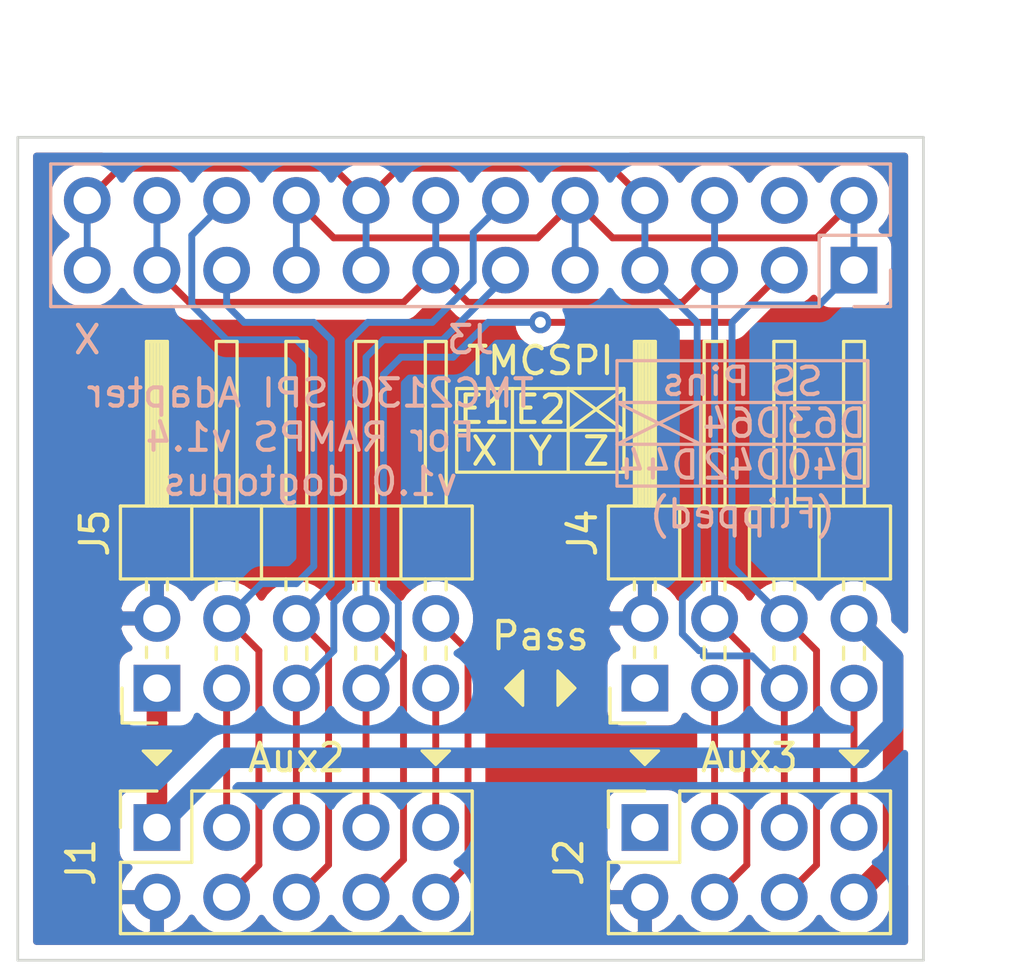
<source format=kicad_pcb>
(kicad_pcb (version 20171130) (host pcbnew 5.1.6)

  (general
    (thickness 1.6)
    (drawings 53)
    (tracks 118)
    (zones 0)
    (modules 5)
    (nets 19)
  )

  (page A4)
  (title_block
    (title "RAMPS SSS")
    (date 2020-10-01)
    (rev v1.0)
    (company dogtopus)
  )

  (layers
    (0 F.Cu signal)
    (31 B.Cu signal)
    (32 B.Adhes user)
    (33 F.Adhes user)
    (34 B.Paste user)
    (35 F.Paste user)
    (36 B.SilkS user)
    (37 F.SilkS user)
    (38 B.Mask user)
    (39 F.Mask user)
    (40 Dwgs.User user)
    (41 Cmts.User user)
    (42 Eco1.User user)
    (43 Eco2.User user)
    (44 Edge.Cuts user)
    (45 Margin user)
    (46 B.CrtYd user)
    (47 F.CrtYd user)
    (48 B.Fab user)
    (49 F.Fab user)
  )

  (setup
    (last_trace_width 0.25)
    (trace_clearance 0.2)
    (zone_clearance 0.508)
    (zone_45_only no)
    (trace_min 0.2)
    (via_size 0.8)
    (via_drill 0.4)
    (via_min_size 0.4)
    (via_min_drill 0.3)
    (uvia_size 0.3)
    (uvia_drill 0.1)
    (uvias_allowed no)
    (uvia_min_size 0.2)
    (uvia_min_drill 0.1)
    (edge_width 0.05)
    (segment_width 0.2)
    (pcb_text_width 0.3)
    (pcb_text_size 1.5 1.5)
    (mod_edge_width 0.12)
    (mod_text_size 1 1)
    (mod_text_width 0.15)
    (pad_size 1.524 1.524)
    (pad_drill 0.762)
    (pad_to_mask_clearance 0.05)
    (aux_axis_origin 0 0)
    (grid_origin 120.65 96.52)
    (visible_elements FFFFFF7F)
    (pcbplotparams
      (layerselection 0x010fc_ffffffff)
      (usegerberextensions false)
      (usegerberattributes true)
      (usegerberadvancedattributes true)
      (creategerberjobfile true)
      (excludeedgelayer true)
      (linewidth 0.100000)
      (plotframeref false)
      (viasonmask false)
      (mode 1)
      (useauxorigin false)
      (hpglpennumber 1)
      (hpglpenspeed 20)
      (hpglpendiameter 15.000000)
      (psnegative false)
      (psa4output false)
      (plotreference true)
      (plotvalue true)
      (plotinvisibletext false)
      (padsonsilk false)
      (subtractmaskfromsilk false)
      (outputformat 1)
      (mirror false)
      (drillshape 1)
      (scaleselection 1)
      (outputdirectory ""))
  )

  (net 0 "")
  (net 1 /SS3)
  (net 2 /SS2)
  (net 3 /SS4)
  (net 4 /SS1)
  (net 5 /SS0)
  (net 6 /MISO)
  (net 7 /MOSI)
  (net 8 /SCK)
  (net 9 "Net-(J2-Pad1)")
  (net 10 +5V)
  (net 11 /D49)
  (net 12 /D53)
  (net 13 GND)
  (net 14 "Net-(J4-Pad1)")
  (net 15 "Net-(J3-Pad4)")
  (net 16 /D65)
  (net 17 /D59)
  (net 18 /D66)

  (net_class Default "This is the default net class."
    (clearance 0.2)
    (trace_width 0.25)
    (via_dia 0.8)
    (via_drill 0.4)
    (uvia_dia 0.3)
    (uvia_drill 0.1)
    (add_net /D49)
    (add_net /D53)
    (add_net /D59)
    (add_net /D65)
    (add_net /D66)
    (add_net /MISO)
    (add_net /MOSI)
    (add_net /SCK)
    (add_net /SS0)
    (add_net /SS1)
    (add_net /SS2)
    (add_net /SS3)
    (add_net /SS4)
    (add_net "Net-(J2-Pad1)")
    (add_net "Net-(J3-Pad4)")
    (add_net "Net-(J4-Pad1)")
  )

  (net_class Power ""
    (clearance 0.2)
    (trace_width 0.75)
    (via_dia 1)
    (via_drill 0.4)
    (uvia_dia 0.3)
    (uvia_drill 0.1)
    (add_net +5V)
    (add_net GND)
  )

  (module Connector_PinHeader_2.54mm:PinHeader_2x05_P2.54mm_Horizontal (layer F.Cu) (tedit 59FED5CB) (tstamp 5F7586E4)
    (at 109.22 101.6 90)
    (descr "Through hole angled pin header, 2x05, 2.54mm pitch, 6mm pin length, double rows")
    (tags "Through hole angled pin header THT 2x05 2.54mm double row")
    (path /5F7887DF)
    (fp_text reference J5 (at 5.655 -2.27 90) (layer F.SilkS)
      (effects (font (size 1 1) (thickness 0.15)))
    )
    (fp_text value "Aux2 Passthrough" (at 5.655 12.43 90) (layer F.Fab)
      (effects (font (size 1 1) (thickness 0.15)))
    )
    (fp_line (start 4.675 -1.27) (end 6.58 -1.27) (layer F.Fab) (width 0.1))
    (fp_line (start 6.58 -1.27) (end 6.58 11.43) (layer F.Fab) (width 0.1))
    (fp_line (start 6.58 11.43) (end 4.04 11.43) (layer F.Fab) (width 0.1))
    (fp_line (start 4.04 11.43) (end 4.04 -0.635) (layer F.Fab) (width 0.1))
    (fp_line (start 4.04 -0.635) (end 4.675 -1.27) (layer F.Fab) (width 0.1))
    (fp_line (start -0.32 -0.32) (end 4.04 -0.32) (layer F.Fab) (width 0.1))
    (fp_line (start -0.32 -0.32) (end -0.32 0.32) (layer F.Fab) (width 0.1))
    (fp_line (start -0.32 0.32) (end 4.04 0.32) (layer F.Fab) (width 0.1))
    (fp_line (start 6.58 -0.32) (end 12.58 -0.32) (layer F.Fab) (width 0.1))
    (fp_line (start 12.58 -0.32) (end 12.58 0.32) (layer F.Fab) (width 0.1))
    (fp_line (start 6.58 0.32) (end 12.58 0.32) (layer F.Fab) (width 0.1))
    (fp_line (start -0.32 2.22) (end 4.04 2.22) (layer F.Fab) (width 0.1))
    (fp_line (start -0.32 2.22) (end -0.32 2.86) (layer F.Fab) (width 0.1))
    (fp_line (start -0.32 2.86) (end 4.04 2.86) (layer F.Fab) (width 0.1))
    (fp_line (start 6.58 2.22) (end 12.58 2.22) (layer F.Fab) (width 0.1))
    (fp_line (start 12.58 2.22) (end 12.58 2.86) (layer F.Fab) (width 0.1))
    (fp_line (start 6.58 2.86) (end 12.58 2.86) (layer F.Fab) (width 0.1))
    (fp_line (start -0.32 4.76) (end 4.04 4.76) (layer F.Fab) (width 0.1))
    (fp_line (start -0.32 4.76) (end -0.32 5.4) (layer F.Fab) (width 0.1))
    (fp_line (start -0.32 5.4) (end 4.04 5.4) (layer F.Fab) (width 0.1))
    (fp_line (start 6.58 4.76) (end 12.58 4.76) (layer F.Fab) (width 0.1))
    (fp_line (start 12.58 4.76) (end 12.58 5.4) (layer F.Fab) (width 0.1))
    (fp_line (start 6.58 5.4) (end 12.58 5.4) (layer F.Fab) (width 0.1))
    (fp_line (start -0.32 7.3) (end 4.04 7.3) (layer F.Fab) (width 0.1))
    (fp_line (start -0.32 7.3) (end -0.32 7.94) (layer F.Fab) (width 0.1))
    (fp_line (start -0.32 7.94) (end 4.04 7.94) (layer F.Fab) (width 0.1))
    (fp_line (start 6.58 7.3) (end 12.58 7.3) (layer F.Fab) (width 0.1))
    (fp_line (start 12.58 7.3) (end 12.58 7.94) (layer F.Fab) (width 0.1))
    (fp_line (start 6.58 7.94) (end 12.58 7.94) (layer F.Fab) (width 0.1))
    (fp_line (start -0.32 9.84) (end 4.04 9.84) (layer F.Fab) (width 0.1))
    (fp_line (start -0.32 9.84) (end -0.32 10.48) (layer F.Fab) (width 0.1))
    (fp_line (start -0.32 10.48) (end 4.04 10.48) (layer F.Fab) (width 0.1))
    (fp_line (start 6.58 9.84) (end 12.58 9.84) (layer F.Fab) (width 0.1))
    (fp_line (start 12.58 9.84) (end 12.58 10.48) (layer F.Fab) (width 0.1))
    (fp_line (start 6.58 10.48) (end 12.58 10.48) (layer F.Fab) (width 0.1))
    (fp_line (start 3.98 -1.33) (end 3.98 11.49) (layer F.SilkS) (width 0.12))
    (fp_line (start 3.98 11.49) (end 6.64 11.49) (layer F.SilkS) (width 0.12))
    (fp_line (start 6.64 11.49) (end 6.64 -1.33) (layer F.SilkS) (width 0.12))
    (fp_line (start 6.64 -1.33) (end 3.98 -1.33) (layer F.SilkS) (width 0.12))
    (fp_line (start 6.64 -0.38) (end 12.64 -0.38) (layer F.SilkS) (width 0.12))
    (fp_line (start 12.64 -0.38) (end 12.64 0.38) (layer F.SilkS) (width 0.12))
    (fp_line (start 12.64 0.38) (end 6.64 0.38) (layer F.SilkS) (width 0.12))
    (fp_line (start 6.64 -0.32) (end 12.64 -0.32) (layer F.SilkS) (width 0.12))
    (fp_line (start 6.64 -0.2) (end 12.64 -0.2) (layer F.SilkS) (width 0.12))
    (fp_line (start 6.64 -0.08) (end 12.64 -0.08) (layer F.SilkS) (width 0.12))
    (fp_line (start 6.64 0.04) (end 12.64 0.04) (layer F.SilkS) (width 0.12))
    (fp_line (start 6.64 0.16) (end 12.64 0.16) (layer F.SilkS) (width 0.12))
    (fp_line (start 6.64 0.28) (end 12.64 0.28) (layer F.SilkS) (width 0.12))
    (fp_line (start 3.582929 -0.38) (end 3.98 -0.38) (layer F.SilkS) (width 0.12))
    (fp_line (start 3.582929 0.38) (end 3.98 0.38) (layer F.SilkS) (width 0.12))
    (fp_line (start 1.11 -0.38) (end 1.497071 -0.38) (layer F.SilkS) (width 0.12))
    (fp_line (start 1.11 0.38) (end 1.497071 0.38) (layer F.SilkS) (width 0.12))
    (fp_line (start 3.98 1.27) (end 6.64 1.27) (layer F.SilkS) (width 0.12))
    (fp_line (start 6.64 2.16) (end 12.64 2.16) (layer F.SilkS) (width 0.12))
    (fp_line (start 12.64 2.16) (end 12.64 2.92) (layer F.SilkS) (width 0.12))
    (fp_line (start 12.64 2.92) (end 6.64 2.92) (layer F.SilkS) (width 0.12))
    (fp_line (start 3.582929 2.16) (end 3.98 2.16) (layer F.SilkS) (width 0.12))
    (fp_line (start 3.582929 2.92) (end 3.98 2.92) (layer F.SilkS) (width 0.12))
    (fp_line (start 1.042929 2.16) (end 1.497071 2.16) (layer F.SilkS) (width 0.12))
    (fp_line (start 1.042929 2.92) (end 1.497071 2.92) (layer F.SilkS) (width 0.12))
    (fp_line (start 3.98 3.81) (end 6.64 3.81) (layer F.SilkS) (width 0.12))
    (fp_line (start 6.64 4.7) (end 12.64 4.7) (layer F.SilkS) (width 0.12))
    (fp_line (start 12.64 4.7) (end 12.64 5.46) (layer F.SilkS) (width 0.12))
    (fp_line (start 12.64 5.46) (end 6.64 5.46) (layer F.SilkS) (width 0.12))
    (fp_line (start 3.582929 4.7) (end 3.98 4.7) (layer F.SilkS) (width 0.12))
    (fp_line (start 3.582929 5.46) (end 3.98 5.46) (layer F.SilkS) (width 0.12))
    (fp_line (start 1.042929 4.7) (end 1.497071 4.7) (layer F.SilkS) (width 0.12))
    (fp_line (start 1.042929 5.46) (end 1.497071 5.46) (layer F.SilkS) (width 0.12))
    (fp_line (start 3.98 6.35) (end 6.64 6.35) (layer F.SilkS) (width 0.12))
    (fp_line (start 6.64 7.24) (end 12.64 7.24) (layer F.SilkS) (width 0.12))
    (fp_line (start 12.64 7.24) (end 12.64 8) (layer F.SilkS) (width 0.12))
    (fp_line (start 12.64 8) (end 6.64 8) (layer F.SilkS) (width 0.12))
    (fp_line (start 3.582929 7.24) (end 3.98 7.24) (layer F.SilkS) (width 0.12))
    (fp_line (start 3.582929 8) (end 3.98 8) (layer F.SilkS) (width 0.12))
    (fp_line (start 1.042929 7.24) (end 1.497071 7.24) (layer F.SilkS) (width 0.12))
    (fp_line (start 1.042929 8) (end 1.497071 8) (layer F.SilkS) (width 0.12))
    (fp_line (start 3.98 8.89) (end 6.64 8.89) (layer F.SilkS) (width 0.12))
    (fp_line (start 6.64 9.78) (end 12.64 9.78) (layer F.SilkS) (width 0.12))
    (fp_line (start 12.64 9.78) (end 12.64 10.54) (layer F.SilkS) (width 0.12))
    (fp_line (start 12.64 10.54) (end 6.64 10.54) (layer F.SilkS) (width 0.12))
    (fp_line (start 3.582929 9.78) (end 3.98 9.78) (layer F.SilkS) (width 0.12))
    (fp_line (start 3.582929 10.54) (end 3.98 10.54) (layer F.SilkS) (width 0.12))
    (fp_line (start 1.042929 9.78) (end 1.497071 9.78) (layer F.SilkS) (width 0.12))
    (fp_line (start 1.042929 10.54) (end 1.497071 10.54) (layer F.SilkS) (width 0.12))
    (fp_line (start -1.27 0) (end -1.27 -1.27) (layer F.SilkS) (width 0.12))
    (fp_line (start -1.27 -1.27) (end 0 -1.27) (layer F.SilkS) (width 0.12))
    (fp_line (start -1.8 -1.8) (end -1.8 11.95) (layer F.CrtYd) (width 0.05))
    (fp_line (start -1.8 11.95) (end 13.1 11.95) (layer F.CrtYd) (width 0.05))
    (fp_line (start 13.1 11.95) (end 13.1 -1.8) (layer F.CrtYd) (width 0.05))
    (fp_line (start 13.1 -1.8) (end -1.8 -1.8) (layer F.CrtYd) (width 0.05))
    (fp_text user %R (at 5.31 5.08) (layer F.Fab)
      (effects (font (size 1 1) (thickness 0.15)))
    )
    (pad 10 thru_hole oval (at 2.54 10.16 90) (size 1.7 1.7) (drill 1) (layers *.Cu *.Mask)
      (net 16 /D65))
    (pad 9 thru_hole oval (at 0 10.16 90) (size 1.7 1.7) (drill 1) (layers *.Cu *.Mask)
      (net 18 /D66))
    (pad 8 thru_hole oval (at 2.54 7.62 90) (size 1.7 1.7) (drill 1) (layers *.Cu *.Mask)
      (net 4 /SS1))
    (pad 7 thru_hole oval (at 0 7.62 90) (size 1.7 1.7) (drill 1) (layers *.Cu *.Mask)
      (net 2 /SS2))
    (pad 6 thru_hole oval (at 2.54 5.08 90) (size 1.7 1.7) (drill 1) (layers *.Cu *.Mask)
      (net 5 /SS0))
    (pad 5 thru_hole oval (at 0 5.08 90) (size 1.7 1.7) (drill 1) (layers *.Cu *.Mask)
      (net 3 /SS4))
    (pad 4 thru_hole oval (at 2.54 2.54 90) (size 1.7 1.7) (drill 1) (layers *.Cu *.Mask)
      (net 1 /SS3))
    (pad 3 thru_hole oval (at 0 2.54 90) (size 1.7 1.7) (drill 1) (layers *.Cu *.Mask)
      (net 17 /D59))
    (pad 2 thru_hole oval (at 2.54 0 90) (size 1.7 1.7) (drill 1) (layers *.Cu *.Mask)
      (net 13 GND))
    (pad 1 thru_hole rect (at 0 0 90) (size 1.7 1.7) (drill 1) (layers *.Cu *.Mask)
      (net 10 +5V))
    (model ${KISYS3DMOD}/Connector_PinHeader_2.54mm.3dshapes/PinHeader_2x05_P2.54mm_Horizontal.wrl
      (at (xyz 0 0 0))
      (scale (xyz 1 1 1))
      (rotate (xyz 0 0 0))
    )
  )

  (module Connector_PinHeader_2.54mm:PinHeader_2x04_P2.54mm_Horizontal (layer F.Cu) (tedit 59FED5CB) (tstamp 5F757C64)
    (at 127 101.6 90)
    (descr "Through hole angled pin header, 2x04, 2.54mm pitch, 6mm pin length, double rows")
    (tags "Through hole angled pin header THT 2x04 2.54mm double row")
    (path /5F7547EC)
    (fp_text reference J4 (at 5.655 -2.27 90) (layer F.SilkS)
      (effects (font (size 1 1) (thickness 0.15)))
    )
    (fp_text value "Aux3 Passthrough" (at 5.655 9.89 90) (layer F.Fab)
      (effects (font (size 1 1) (thickness 0.15)))
    )
    (fp_line (start 4.675 -1.27) (end 6.58 -1.27) (layer F.Fab) (width 0.1))
    (fp_line (start 6.58 -1.27) (end 6.58 8.89) (layer F.Fab) (width 0.1))
    (fp_line (start 6.58 8.89) (end 4.04 8.89) (layer F.Fab) (width 0.1))
    (fp_line (start 4.04 8.89) (end 4.04 -0.635) (layer F.Fab) (width 0.1))
    (fp_line (start 4.04 -0.635) (end 4.675 -1.27) (layer F.Fab) (width 0.1))
    (fp_line (start -0.32 -0.32) (end 4.04 -0.32) (layer F.Fab) (width 0.1))
    (fp_line (start -0.32 -0.32) (end -0.32 0.32) (layer F.Fab) (width 0.1))
    (fp_line (start -0.32 0.32) (end 4.04 0.32) (layer F.Fab) (width 0.1))
    (fp_line (start 6.58 -0.32) (end 12.58 -0.32) (layer F.Fab) (width 0.1))
    (fp_line (start 12.58 -0.32) (end 12.58 0.32) (layer F.Fab) (width 0.1))
    (fp_line (start 6.58 0.32) (end 12.58 0.32) (layer F.Fab) (width 0.1))
    (fp_line (start -0.32 2.22) (end 4.04 2.22) (layer F.Fab) (width 0.1))
    (fp_line (start -0.32 2.22) (end -0.32 2.86) (layer F.Fab) (width 0.1))
    (fp_line (start -0.32 2.86) (end 4.04 2.86) (layer F.Fab) (width 0.1))
    (fp_line (start 6.58 2.22) (end 12.58 2.22) (layer F.Fab) (width 0.1))
    (fp_line (start 12.58 2.22) (end 12.58 2.86) (layer F.Fab) (width 0.1))
    (fp_line (start 6.58 2.86) (end 12.58 2.86) (layer F.Fab) (width 0.1))
    (fp_line (start -0.32 4.76) (end 4.04 4.76) (layer F.Fab) (width 0.1))
    (fp_line (start -0.32 4.76) (end -0.32 5.4) (layer F.Fab) (width 0.1))
    (fp_line (start -0.32 5.4) (end 4.04 5.4) (layer F.Fab) (width 0.1))
    (fp_line (start 6.58 4.76) (end 12.58 4.76) (layer F.Fab) (width 0.1))
    (fp_line (start 12.58 4.76) (end 12.58 5.4) (layer F.Fab) (width 0.1))
    (fp_line (start 6.58 5.4) (end 12.58 5.4) (layer F.Fab) (width 0.1))
    (fp_line (start -0.32 7.3) (end 4.04 7.3) (layer F.Fab) (width 0.1))
    (fp_line (start -0.32 7.3) (end -0.32 7.94) (layer F.Fab) (width 0.1))
    (fp_line (start -0.32 7.94) (end 4.04 7.94) (layer F.Fab) (width 0.1))
    (fp_line (start 6.58 7.3) (end 12.58 7.3) (layer F.Fab) (width 0.1))
    (fp_line (start 12.58 7.3) (end 12.58 7.94) (layer F.Fab) (width 0.1))
    (fp_line (start 6.58 7.94) (end 12.58 7.94) (layer F.Fab) (width 0.1))
    (fp_line (start 3.98 -1.33) (end 3.98 8.95) (layer F.SilkS) (width 0.12))
    (fp_line (start 3.98 8.95) (end 6.64 8.95) (layer F.SilkS) (width 0.12))
    (fp_line (start 6.64 8.95) (end 6.64 -1.33) (layer F.SilkS) (width 0.12))
    (fp_line (start 6.64 -1.33) (end 3.98 -1.33) (layer F.SilkS) (width 0.12))
    (fp_line (start 6.64 -0.38) (end 12.64 -0.38) (layer F.SilkS) (width 0.12))
    (fp_line (start 12.64 -0.38) (end 12.64 0.38) (layer F.SilkS) (width 0.12))
    (fp_line (start 12.64 0.38) (end 6.64 0.38) (layer F.SilkS) (width 0.12))
    (fp_line (start 6.64 -0.32) (end 12.64 -0.32) (layer F.SilkS) (width 0.12))
    (fp_line (start 6.64 -0.2) (end 12.64 -0.2) (layer F.SilkS) (width 0.12))
    (fp_line (start 6.64 -0.08) (end 12.64 -0.08) (layer F.SilkS) (width 0.12))
    (fp_line (start 6.64 0.04) (end 12.64 0.04) (layer F.SilkS) (width 0.12))
    (fp_line (start 6.64 0.16) (end 12.64 0.16) (layer F.SilkS) (width 0.12))
    (fp_line (start 6.64 0.28) (end 12.64 0.28) (layer F.SilkS) (width 0.12))
    (fp_line (start 3.582929 -0.38) (end 3.98 -0.38) (layer F.SilkS) (width 0.12))
    (fp_line (start 3.582929 0.38) (end 3.98 0.38) (layer F.SilkS) (width 0.12))
    (fp_line (start 1.11 -0.38) (end 1.497071 -0.38) (layer F.SilkS) (width 0.12))
    (fp_line (start 1.11 0.38) (end 1.497071 0.38) (layer F.SilkS) (width 0.12))
    (fp_line (start 3.98 1.27) (end 6.64 1.27) (layer F.SilkS) (width 0.12))
    (fp_line (start 6.64 2.16) (end 12.64 2.16) (layer F.SilkS) (width 0.12))
    (fp_line (start 12.64 2.16) (end 12.64 2.92) (layer F.SilkS) (width 0.12))
    (fp_line (start 12.64 2.92) (end 6.64 2.92) (layer F.SilkS) (width 0.12))
    (fp_line (start 3.582929 2.16) (end 3.98 2.16) (layer F.SilkS) (width 0.12))
    (fp_line (start 3.582929 2.92) (end 3.98 2.92) (layer F.SilkS) (width 0.12))
    (fp_line (start 1.042929 2.16) (end 1.497071 2.16) (layer F.SilkS) (width 0.12))
    (fp_line (start 1.042929 2.92) (end 1.497071 2.92) (layer F.SilkS) (width 0.12))
    (fp_line (start 3.98 3.81) (end 6.64 3.81) (layer F.SilkS) (width 0.12))
    (fp_line (start 6.64 4.7) (end 12.64 4.7) (layer F.SilkS) (width 0.12))
    (fp_line (start 12.64 4.7) (end 12.64 5.46) (layer F.SilkS) (width 0.12))
    (fp_line (start 12.64 5.46) (end 6.64 5.46) (layer F.SilkS) (width 0.12))
    (fp_line (start 3.582929 4.7) (end 3.98 4.7) (layer F.SilkS) (width 0.12))
    (fp_line (start 3.582929 5.46) (end 3.98 5.46) (layer F.SilkS) (width 0.12))
    (fp_line (start 1.042929 4.7) (end 1.497071 4.7) (layer F.SilkS) (width 0.12))
    (fp_line (start 1.042929 5.46) (end 1.497071 5.46) (layer F.SilkS) (width 0.12))
    (fp_line (start 3.98 6.35) (end 6.64 6.35) (layer F.SilkS) (width 0.12))
    (fp_line (start 6.64 7.24) (end 12.64 7.24) (layer F.SilkS) (width 0.12))
    (fp_line (start 12.64 7.24) (end 12.64 8) (layer F.SilkS) (width 0.12))
    (fp_line (start 12.64 8) (end 6.64 8) (layer F.SilkS) (width 0.12))
    (fp_line (start 3.582929 7.24) (end 3.98 7.24) (layer F.SilkS) (width 0.12))
    (fp_line (start 3.582929 8) (end 3.98 8) (layer F.SilkS) (width 0.12))
    (fp_line (start 1.042929 7.24) (end 1.497071 7.24) (layer F.SilkS) (width 0.12))
    (fp_line (start 1.042929 8) (end 1.497071 8) (layer F.SilkS) (width 0.12))
    (fp_line (start -1.27 0) (end -1.27 -1.27) (layer F.SilkS) (width 0.12))
    (fp_line (start -1.27 -1.27) (end 0 -1.27) (layer F.SilkS) (width 0.12))
    (fp_line (start -1.8 -1.8) (end -1.8 9.4) (layer F.CrtYd) (width 0.05))
    (fp_line (start -1.8 9.4) (end 13.1 9.4) (layer F.CrtYd) (width 0.05))
    (fp_line (start 13.1 9.4) (end 13.1 -1.8) (layer F.CrtYd) (width 0.05))
    (fp_line (start 13.1 -1.8) (end -1.8 -1.8) (layer F.CrtYd) (width 0.05))
    (fp_text user %R (at 5.31 3.81) (layer F.Fab)
      (effects (font (size 1 1) (thickness 0.15)))
    )
    (pad 8 thru_hole oval (at 2.54 7.62 90) (size 1.7 1.7) (drill 1) (layers *.Cu *.Mask)
      (net 10 +5V))
    (pad 7 thru_hole oval (at 0 7.62 90) (size 1.7 1.7) (drill 1) (layers *.Cu *.Mask)
      (net 11 /D49))
    (pad 6 thru_hole oval (at 2.54 5.08 90) (size 1.7 1.7) (drill 1) (layers *.Cu *.Mask)
      (net 6 /MISO))
    (pad 5 thru_hole oval (at 0 5.08 90) (size 1.7 1.7) (drill 1) (layers *.Cu *.Mask)
      (net 7 /MOSI))
    (pad 4 thru_hole oval (at 2.54 2.54 90) (size 1.7 1.7) (drill 1) (layers *.Cu *.Mask)
      (net 8 /SCK))
    (pad 3 thru_hole oval (at 0 2.54 90) (size 1.7 1.7) (drill 1) (layers *.Cu *.Mask)
      (net 12 /D53))
    (pad 2 thru_hole oval (at 2.54 0 90) (size 1.7 1.7) (drill 1) (layers *.Cu *.Mask)
      (net 13 GND))
    (pad 1 thru_hole rect (at 0 0 90) (size 1.7 1.7) (drill 1) (layers *.Cu *.Mask)
      (net 14 "Net-(J4-Pad1)"))
    (model ${KISYS3DMOD}/Connector_PinHeader_2.54mm.3dshapes/PinHeader_2x04_P2.54mm_Horizontal.wrl
      (at (xyz 0 0 0))
      (scale (xyz 1 1 1))
      (rotate (xyz 0 0 0))
    )
  )

  (module Connector_PinHeader_2.54mm:PinHeader_2x12_P2.54mm_Vertical (layer B.Cu) (tedit 59FED5CC) (tstamp 5F75585A)
    (at 134.62 86.36 90)
    (descr "Through hole straight pin header, 2x12, 2.54mm pitch, double rows")
    (tags "Through hole pin header THT 2x12 2.54mm double row")
    (path /5F671989)
    (fp_text reference J3 (at -2.54 -13.97 180) (layer B.SilkS)
      (effects (font (size 1 1) (thickness 0.15)) (justify mirror))
    )
    (fp_text value Conn_02x12_Odd_Even (at 1.27 -30.27 90) (layer B.Fab)
      (effects (font (size 1 1) (thickness 0.15)) (justify mirror))
    )
    (fp_line (start 0 1.27) (end 3.81 1.27) (layer B.Fab) (width 0.1))
    (fp_line (start 3.81 1.27) (end 3.81 -29.21) (layer B.Fab) (width 0.1))
    (fp_line (start 3.81 -29.21) (end -1.27 -29.21) (layer B.Fab) (width 0.1))
    (fp_line (start -1.27 -29.21) (end -1.27 0) (layer B.Fab) (width 0.1))
    (fp_line (start -1.27 0) (end 0 1.27) (layer B.Fab) (width 0.1))
    (fp_line (start -1.33 -29.27) (end 3.87 -29.27) (layer B.SilkS) (width 0.12))
    (fp_line (start -1.33 -1.27) (end -1.33 -29.27) (layer B.SilkS) (width 0.12))
    (fp_line (start 3.87 1.33) (end 3.87 -29.27) (layer B.SilkS) (width 0.12))
    (fp_line (start -1.33 -1.27) (end 1.27 -1.27) (layer B.SilkS) (width 0.12))
    (fp_line (start 1.27 -1.27) (end 1.27 1.33) (layer B.SilkS) (width 0.12))
    (fp_line (start 1.27 1.33) (end 3.87 1.33) (layer B.SilkS) (width 0.12))
    (fp_line (start -1.33 0) (end -1.33 1.33) (layer B.SilkS) (width 0.12))
    (fp_line (start -1.33 1.33) (end 0 1.33) (layer B.SilkS) (width 0.12))
    (fp_line (start -1.8 1.8) (end -1.8 -29.75) (layer B.CrtYd) (width 0.05))
    (fp_line (start -1.8 -29.75) (end 4.35 -29.75) (layer B.CrtYd) (width 0.05))
    (fp_line (start 4.35 -29.75) (end 4.35 1.8) (layer B.CrtYd) (width 0.05))
    (fp_line (start 4.35 1.8) (end -1.8 1.8) (layer B.CrtYd) (width 0.05))
    (fp_text user %R (at 1.27 -13.97 180) (layer B.Fab)
      (effects (font (size 1 1) (thickness 0.15)) (justify mirror))
    )
    (pad 24 thru_hole oval (at 2.54 -27.94 90) (size 1.7 1.7) (drill 1) (layers *.Cu *.Mask)
      (net 7 /MOSI))
    (pad 23 thru_hole oval (at 0 -27.94 90) (size 1.7 1.7) (drill 1) (layers *.Cu *.Mask)
      (net 7 /MOSI))
    (pad 22 thru_hole oval (at 2.54 -25.4 90) (size 1.7 1.7) (drill 1) (layers *.Cu *.Mask)
      (net 8 /SCK))
    (pad 21 thru_hole oval (at 0 -25.4 90) (size 1.7 1.7) (drill 1) (layers *.Cu *.Mask)
      (net 8 /SCK))
    (pad 20 thru_hole oval (at 2.54 -22.86 90) (size 1.7 1.7) (drill 1) (layers *.Cu *.Mask)
      (net 1 /SS3))
    (pad 19 thru_hole oval (at 0 -22.86 90) (size 1.7 1.7) (drill 1) (layers *.Cu *.Mask)
      (net 5 /SS0))
    (pad 18 thru_hole oval (at 2.54 -20.32 90) (size 1.7 1.7) (drill 1) (layers *.Cu *.Mask)
      (net 6 /MISO))
    (pad 17 thru_hole oval (at 0 -20.32 90) (size 1.7 1.7) (drill 1) (layers *.Cu *.Mask)
      (net 6 /MISO))
    (pad 16 thru_hole oval (at 2.54 -17.78 90) (size 1.7 1.7) (drill 1) (layers *.Cu *.Mask)
      (net 7 /MOSI))
    (pad 15 thru_hole oval (at 0 -17.78 90) (size 1.7 1.7) (drill 1) (layers *.Cu *.Mask)
      (net 7 /MOSI))
    (pad 14 thru_hole oval (at 2.54 -15.24 90) (size 1.7 1.7) (drill 1) (layers *.Cu *.Mask)
      (net 8 /SCK))
    (pad 13 thru_hole oval (at 0 -15.24 90) (size 1.7 1.7) (drill 1) (layers *.Cu *.Mask)
      (net 8 /SCK))
    (pad 12 thru_hole oval (at 2.54 -12.7 90) (size 1.7 1.7) (drill 1) (layers *.Cu *.Mask)
      (net 3 /SS4))
    (pad 11 thru_hole oval (at 0 -12.7 90) (size 1.7 1.7) (drill 1) (layers *.Cu *.Mask)
      (net 4 /SS1))
    (pad 10 thru_hole oval (at 2.54 -10.16 90) (size 1.7 1.7) (drill 1) (layers *.Cu *.Mask)
      (net 6 /MISO))
    (pad 9 thru_hole oval (at 0 -10.16 90) (size 1.7 1.7) (drill 1) (layers *.Cu *.Mask)
      (net 6 /MISO))
    (pad 8 thru_hole oval (at 2.54 -7.62 90) (size 1.7 1.7) (drill 1) (layers *.Cu *.Mask)
      (net 7 /MOSI))
    (pad 7 thru_hole oval (at 0 -7.62 90) (size 1.7 1.7) (drill 1) (layers *.Cu *.Mask)
      (net 7 /MOSI))
    (pad 6 thru_hole oval (at 2.54 -5.08 90) (size 1.7 1.7) (drill 1) (layers *.Cu *.Mask)
      (net 8 /SCK))
    (pad 5 thru_hole oval (at 0 -5.08 90) (size 1.7 1.7) (drill 1) (layers *.Cu *.Mask)
      (net 8 /SCK))
    (pad 4 thru_hole oval (at 2.54 -2.54 90) (size 1.7 1.7) (drill 1) (layers *.Cu *.Mask)
      (net 15 "Net-(J3-Pad4)"))
    (pad 3 thru_hole oval (at 0 -2.54 90) (size 1.7 1.7) (drill 1) (layers *.Cu *.Mask)
      (net 2 /SS2))
    (pad 2 thru_hole oval (at 2.54 0 90) (size 1.7 1.7) (drill 1) (layers *.Cu *.Mask)
      (net 6 /MISO))
    (pad 1 thru_hole rect (at 0 0 90) (size 1.7 1.7) (drill 1) (layers *.Cu *.Mask)
      (net 6 /MISO))
    (model ${KISYS3DMOD}/Connector_PinHeader_2.54mm.3dshapes/PinHeader_2x12_P2.54mm_Vertical.wrl
      (at (xyz 0 0 0))
      (scale (xyz 1 1 1))
      (rotate (xyz 0 0 0))
    )
  )

  (module Connector_PinSocket_2.54mm:PinSocket_2x04_P2.54mm_Vertical (layer F.Cu) (tedit 5A19A422) (tstamp 5F6756DF)
    (at 127 106.68 90)
    (descr "Through hole straight socket strip, 2x04, 2.54mm pitch, double cols (from Kicad 4.0.7), script generated")
    (tags "Through hole socket strip THT 2x04 2.54mm double row")
    (path /5F6706EA)
    (fp_text reference J2 (at -1.27 -2.77 90) (layer F.SilkS)
      (effects (font (size 1 1) (thickness 0.15)))
    )
    (fp_text value "Aux3 (SD)" (at -1.27 10.39 90) (layer F.Fab)
      (effects (font (size 1 1) (thickness 0.15)))
    )
    (fp_line (start -3.81 -1.27) (end 0.27 -1.27) (layer F.Fab) (width 0.1))
    (fp_line (start 0.27 -1.27) (end 1.27 -0.27) (layer F.Fab) (width 0.1))
    (fp_line (start 1.27 -0.27) (end 1.27 8.89) (layer F.Fab) (width 0.1))
    (fp_line (start 1.27 8.89) (end -3.81 8.89) (layer F.Fab) (width 0.1))
    (fp_line (start -3.81 8.89) (end -3.81 -1.27) (layer F.Fab) (width 0.1))
    (fp_line (start -3.87 -1.33) (end -1.27 -1.33) (layer F.SilkS) (width 0.12))
    (fp_line (start -3.87 -1.33) (end -3.87 8.95) (layer F.SilkS) (width 0.12))
    (fp_line (start -3.87 8.95) (end 1.33 8.95) (layer F.SilkS) (width 0.12))
    (fp_line (start 1.33 1.27) (end 1.33 8.95) (layer F.SilkS) (width 0.12))
    (fp_line (start -1.27 1.27) (end 1.33 1.27) (layer F.SilkS) (width 0.12))
    (fp_line (start -1.27 -1.33) (end -1.27 1.27) (layer F.SilkS) (width 0.12))
    (fp_line (start 1.33 -1.33) (end 1.33 0) (layer F.SilkS) (width 0.12))
    (fp_line (start 0 -1.33) (end 1.33 -1.33) (layer F.SilkS) (width 0.12))
    (fp_line (start -4.34 -1.8) (end 1.76 -1.8) (layer F.CrtYd) (width 0.05))
    (fp_line (start 1.76 -1.8) (end 1.76 9.4) (layer F.CrtYd) (width 0.05))
    (fp_line (start 1.76 9.4) (end -4.34 9.4) (layer F.CrtYd) (width 0.05))
    (fp_line (start -4.34 9.4) (end -4.34 -1.8) (layer F.CrtYd) (width 0.05))
    (fp_text user %R (at -1.27 3.81) (layer F.Fab)
      (effects (font (size 1 1) (thickness 0.15)))
    )
    (pad 8 thru_hole oval (at -2.54 7.62 90) (size 1.7 1.7) (drill 1) (layers *.Cu *.Mask)
      (net 10 +5V))
    (pad 7 thru_hole oval (at 0 7.62 90) (size 1.7 1.7) (drill 1) (layers *.Cu *.Mask)
      (net 11 /D49))
    (pad 6 thru_hole oval (at -2.54 5.08 90) (size 1.7 1.7) (drill 1) (layers *.Cu *.Mask)
      (net 6 /MISO))
    (pad 5 thru_hole oval (at 0 5.08 90) (size 1.7 1.7) (drill 1) (layers *.Cu *.Mask)
      (net 7 /MOSI))
    (pad 4 thru_hole oval (at -2.54 2.54 90) (size 1.7 1.7) (drill 1) (layers *.Cu *.Mask)
      (net 8 /SCK))
    (pad 3 thru_hole oval (at 0 2.54 90) (size 1.7 1.7) (drill 1) (layers *.Cu *.Mask)
      (net 12 /D53))
    (pad 2 thru_hole oval (at -2.54 0 90) (size 1.7 1.7) (drill 1) (layers *.Cu *.Mask)
      (net 13 GND))
    (pad 1 thru_hole rect (at 0 0 90) (size 1.7 1.7) (drill 1) (layers *.Cu *.Mask)
      (net 9 "Net-(J2-Pad1)"))
    (model ${KISYS3DMOD}/Connector_PinSocket_2.54mm.3dshapes/PinSocket_2x04_P2.54mm_Vertical.wrl
      (at (xyz 0 0 0))
      (scale (xyz 1 1 1))
      (rotate (xyz 0 0 0))
    )
  )

  (module Connector_PinSocket_2.54mm:PinSocket_2x05_P2.54mm_Vertical (layer F.Cu) (tedit 5A19A42B) (tstamp 5F67568F)
    (at 109.22 106.68 90)
    (descr "Through hole straight socket strip, 2x05, 2.54mm pitch, double cols (from Kicad 4.0.7), script generated")
    (tags "Through hole socket strip THT 2x05 2.54mm double row")
    (path /5F66FBF4)
    (fp_text reference J1 (at -1.27 -2.77 90) (layer F.SilkS)
      (effects (font (size 1 1) (thickness 0.15)))
    )
    (fp_text value Aux2 (at -1.27 12.93 90) (layer F.Fab)
      (effects (font (size 1 1) (thickness 0.15)))
    )
    (fp_line (start -3.81 -1.27) (end 0.27 -1.27) (layer F.Fab) (width 0.1))
    (fp_line (start 0.27 -1.27) (end 1.27 -0.27) (layer F.Fab) (width 0.1))
    (fp_line (start 1.27 -0.27) (end 1.27 11.43) (layer F.Fab) (width 0.1))
    (fp_line (start 1.27 11.43) (end -3.81 11.43) (layer F.Fab) (width 0.1))
    (fp_line (start -3.81 11.43) (end -3.81 -1.27) (layer F.Fab) (width 0.1))
    (fp_line (start -3.87 -1.33) (end -1.27 -1.33) (layer F.SilkS) (width 0.12))
    (fp_line (start -3.87 -1.33) (end -3.87 11.49) (layer F.SilkS) (width 0.12))
    (fp_line (start -3.87 11.49) (end 1.33 11.49) (layer F.SilkS) (width 0.12))
    (fp_line (start 1.33 1.27) (end 1.33 11.49) (layer F.SilkS) (width 0.12))
    (fp_line (start -1.27 1.27) (end 1.33 1.27) (layer F.SilkS) (width 0.12))
    (fp_line (start -1.27 -1.33) (end -1.27 1.27) (layer F.SilkS) (width 0.12))
    (fp_line (start 1.33 -1.33) (end 1.33 0) (layer F.SilkS) (width 0.12))
    (fp_line (start 0 -1.33) (end 1.33 -1.33) (layer F.SilkS) (width 0.12))
    (fp_line (start -4.34 -1.8) (end 1.76 -1.8) (layer F.CrtYd) (width 0.05))
    (fp_line (start 1.76 -1.8) (end 1.76 11.9) (layer F.CrtYd) (width 0.05))
    (fp_line (start 1.76 11.9) (end -4.34 11.9) (layer F.CrtYd) (width 0.05))
    (fp_line (start -4.34 11.9) (end -4.34 -1.8) (layer F.CrtYd) (width 0.05))
    (fp_text user %R (at -1.27 5.08) (layer F.Fab)
      (effects (font (size 1 1) (thickness 0.15)))
    )
    (pad 10 thru_hole oval (at -2.54 10.16 90) (size 1.7 1.7) (drill 1) (layers *.Cu *.Mask)
      (net 16 /D65))
    (pad 9 thru_hole oval (at 0 10.16 90) (size 1.7 1.7) (drill 1) (layers *.Cu *.Mask)
      (net 18 /D66))
    (pad 8 thru_hole oval (at -2.54 7.62 90) (size 1.7 1.7) (drill 1) (layers *.Cu *.Mask)
      (net 4 /SS1))
    (pad 7 thru_hole oval (at 0 7.62 90) (size 1.7 1.7) (drill 1) (layers *.Cu *.Mask)
      (net 2 /SS2))
    (pad 6 thru_hole oval (at -2.54 5.08 90) (size 1.7 1.7) (drill 1) (layers *.Cu *.Mask)
      (net 5 /SS0))
    (pad 5 thru_hole oval (at 0 5.08 90) (size 1.7 1.7) (drill 1) (layers *.Cu *.Mask)
      (net 3 /SS4))
    (pad 4 thru_hole oval (at -2.54 2.54 90) (size 1.7 1.7) (drill 1) (layers *.Cu *.Mask)
      (net 1 /SS3))
    (pad 3 thru_hole oval (at 0 2.54 90) (size 1.7 1.7) (drill 1) (layers *.Cu *.Mask)
      (net 17 /D59))
    (pad 2 thru_hole oval (at -2.54 0 90) (size 1.7 1.7) (drill 1) (layers *.Cu *.Mask)
      (net 13 GND))
    (pad 1 thru_hole rect (at 0 0 90) (size 1.7 1.7) (drill 1) (layers *.Cu *.Mask)
      (net 10 +5V))
    (model ${KISYS3DMOD}/Connector_PinSocket_2.54mm.3dshapes/PinSocket_2x05_P2.54mm_Vertical.wrl
      (at (xyz 0 0 0))
      (scale (xyz 1 1 1))
      (rotate (xyz 0 0 0))
    )
  )

  (dimension 30 (width 0.15) (layer Dwgs.User)
    (gr_text "30.000 mm" (at 139.45 96.52 270) (layer Dwgs.User)
      (effects (font (size 1 1) (thickness 0.15)))
    )
    (feature1 (pts (xy 137.15 111.52) (xy 138.736421 111.52)))
    (feature2 (pts (xy 137.15 81.52) (xy 138.736421 81.52)))
    (crossbar (pts (xy 138.15 81.52) (xy 138.15 111.52)))
    (arrow1a (pts (xy 138.15 111.52) (xy 137.563579 110.393496)))
    (arrow1b (pts (xy 138.15 111.52) (xy 138.736421 110.393496)))
    (arrow2a (pts (xy 138.15 81.52) (xy 137.563579 82.646504)))
    (arrow2b (pts (xy 138.15 81.52) (xy 138.736421 82.646504)))
  )
  (dimension 33 (width 0.15) (layer Dwgs.User)
    (gr_text "33.000 mm" (at 120.65 79.22) (layer Dwgs.User)
      (effects (font (size 1 1) (thickness 0.15)))
    )
    (feature1 (pts (xy 137.15 81.52) (xy 137.15 79.933579)))
    (feature2 (pts (xy 104.15 81.52) (xy 104.15 79.933579)))
    (crossbar (pts (xy 104.15 80.52) (xy 137.15 80.52)))
    (arrow1a (pts (xy 137.15 80.52) (xy 136.023496 81.106421)))
    (arrow1b (pts (xy 137.15 80.52) (xy 136.023496 79.933579)))
    (arrow2a (pts (xy 104.15 80.52) (xy 105.276504 81.106421)))
    (arrow2b (pts (xy 104.15 80.52) (xy 105.276504 79.933579)))
  )
  (gr_line (start 137.15 81.52) (end 137.15 111.52) (layer Edge.Cuts) (width 0.1))
  (gr_line (start 104.15 81.52) (end 137.15 81.52) (layer Edge.Cuts) (width 0.1))
  (gr_line (start 104.15 111.52) (end 104.15 81.52) (layer Edge.Cuts) (width 0.1))
  (gr_line (start 137.15 111.52) (end 104.15 111.52) (layer Edge.Cuts) (width 0.1))
  (gr_text X (at 106.68 88.9) (layer B.SilkS)
    (effects (font (size 1 1) (thickness 0.15)) (justify mirror))
  )
  (gr_text X (at 106.68 88.9) (layer F.SilkS)
    (effects (font (size 1 1) (thickness 0.15)))
  )
  (gr_text "Populate J1, J2 with right angle connector.\nFacing downwards." (at 123.444 107.95) (layer Cmts.User)
    (effects (font (size 1 1) (thickness 0.15)))
  )
  (gr_poly (pts (xy 109.22 104.394) (xy 108.712 103.886) (xy 109.728 103.886)) (layer F.SilkS) (width 0.1) (tstamp 5F75B167))
  (gr_poly (pts (xy 119.38 104.394) (xy 118.872 103.886) (xy 119.888 103.886)) (layer F.SilkS) (width 0.1))
  (gr_line (start 125.984 92.71) (end 129.032 91.186) (layer B.SilkS) (width 0.12) (tstamp 5F75B058))
  (gr_line (start 129.032 92.71) (end 125.984 91.186) (layer B.SilkS) (width 0.12) (tstamp 5F75B057))
  (gr_text "TMC2130 SPI Adapter\nFor RAMPS v1.4\nv1.0 dogtopus" (at 114.808 92.456) (layer B.SilkS)
    (effects (font (size 1 1) (thickness 0.15)) (justify mirror))
  )
  (gr_text "(Flipped)" (at 130.556 95.25) (layer B.SilkS)
    (effects (font (size 1 1) (thickness 0.15)) (justify mirror))
  )
  (gr_line (start 135.128 92.71) (end 125.984 92.71) (layer B.SilkS) (width 0.12))
  (gr_line (start 125.984 89.662) (end 125.984 91.186) (layer B.SilkS) (width 0.12) (tstamp 5F75ADB9))
  (gr_line (start 135.128 89.662) (end 125.984 89.662) (layer B.SilkS) (width 0.12))
  (gr_line (start 135.128 91.186) (end 135.128 89.662) (layer B.SilkS) (width 0.12))
  (gr_line (start 129.032 94.234) (end 129.032 91.186) (layer B.SilkS) (width 0.12))
  (gr_line (start 132.08 91.186) (end 132.08 94.234) (layer B.SilkS) (width 0.12))
  (gr_line (start 135.128 94.234) (end 135.128 91.186) (layer B.SilkS) (width 0.12) (tstamp 5F75ADB5))
  (gr_line (start 125.984 94.234) (end 135.128 94.234) (layer B.SilkS) (width 0.12))
  (gr_line (start 125.984 91.186) (end 125.984 94.234) (layer B.SilkS) (width 0.12))
  (gr_line (start 135.128 91.186) (end 125.984 91.186) (layer B.SilkS) (width 0.12))
  (gr_text D44 (at 127.508 93.472) (layer B.SilkS)
    (effects (font (size 1 1) (thickness 0.15)) (justify mirror))
  )
  (gr_text D42 (at 130.556 93.472) (layer B.SilkS)
    (effects (font (size 1 1) (thickness 0.15)) (justify mirror))
  )
  (gr_text D40 (at 133.604 93.472) (layer B.SilkS)
    (effects (font (size 1 1) (thickness 0.15)) (justify mirror))
  )
  (gr_text D64 (at 130.556 91.948) (layer B.SilkS)
    (effects (font (size 1 1) (thickness 0.15)) (justify mirror))
  )
  (gr_text D63 (at 133.604 91.948) (layer B.SilkS)
    (effects (font (size 1 1) (thickness 0.15)) (justify mirror))
  )
  (gr_text "SS Pins" (at 130.556 90.424) (layer B.SilkS)
    (effects (font (size 1 1) (thickness 0.15)) (justify mirror))
  )
  (gr_line (start 124.206 90.678) (end 126.238 92.202) (layer F.SilkS) (width 0.12) (tstamp 5F75ACA9))
  (gr_line (start 124.206 92.202) (end 126.238 90.678) (layer F.SilkS) (width 0.12) (tstamp 5F75AC4E))
  (gr_line (start 120.142 92.202) (end 126.238 92.202) (layer F.SilkS) (width 0.12))
  (gr_line (start 122.174 90.678) (end 122.174 93.726) (layer F.SilkS) (width 0.12))
  (gr_line (start 124.206 90.678) (end 124.206 93.726) (layer F.SilkS) (width 0.12))
  (gr_line (start 126.238 90.678) (end 126.238 93.726) (layer F.SilkS) (width 0.12) (tstamp 5F75A50C))
  (gr_line (start 120.142 93.726) (end 120.142 90.678) (layer F.SilkS) (width 0.12) (tstamp 5F75A3A3))
  (gr_line (start 126.238 93.726) (end 120.142 93.726) (layer F.SilkS) (width 0.12))
  (gr_line (start 120.142 90.678) (end 126.238 90.678) (layer F.SilkS) (width 0.12))
  (gr_text Z (at 125.222 92.964) (layer F.SilkS)
    (effects (font (size 1 1) (thickness 0.15)))
  )
  (gr_text Y (at 123.19 92.964) (layer F.SilkS)
    (effects (font (size 1 1) (thickness 0.15)))
  )
  (gr_text X (at 121.158 92.964) (layer F.SilkS)
    (effects (font (size 1 1) (thickness 0.15)))
  )
  (gr_text E2 (at 123.19 91.44) (layer F.SilkS)
    (effects (font (size 1 1) (thickness 0.15)))
  )
  (gr_text E1 (at 121.158 91.44) (layer F.SilkS)
    (effects (font (size 1 1) (thickness 0.15)))
  )
  (gr_text Pass (at 123.19 99.695) (layer F.SilkS)
    (effects (font (size 1 1) (thickness 0.15)))
  )
  (gr_poly (pts (xy 124.46 101.6) (xy 123.825 102.235) (xy 123.825 100.965)) (layer F.SilkS) (width 0.1))
  (gr_poly (pts (xy 122.555 102.235) (xy 121.92 101.6) (xy 122.555 100.965)) (layer F.SilkS) (width 0.1))
  (gr_poly (pts (xy 127 104.394) (xy 126.492 103.886) (xy 127.508 103.886)) (layer F.SilkS) (width 0.1))
  (gr_poly (pts (xy 134.62 104.394) (xy 134.112 103.886) (xy 135.128 103.886)) (layer F.SilkS) (width 0.1))
  (gr_text TMCSPI (at 123.19 89.662) (layer F.SilkS)
    (effects (font (size 1 1) (thickness 0.15)))
  )
  (gr_text Aux3 (at 130.81 104.14) (layer F.SilkS)
    (effects (font (size 1 1) (thickness 0.15)))
  )
  (gr_text Aux2 (at 114.3 104.14) (layer F.SilkS)
    (effects (font (size 1 1) (thickness 0.15)))
  )

  (segment (start 112.935001 100.235001) (end 111.76 99.06) (width 0.25) (layer F.Cu) (net 1))
  (segment (start 112.935001 108.044999) (end 112.935001 100.235001) (width 0.25) (layer F.Cu) (net 1))
  (segment (start 111.76 109.22) (end 112.935001 108.044999) (width 0.25) (layer F.Cu) (net 1))
  (segment (start 110.49 87.63) (end 110.49 85.09) (width 0.25) (layer B.Cu) (net 1))
  (segment (start 110.49 85.09) (end 111.76 83.82) (width 0.25) (layer B.Cu) (net 1))
  (segment (start 111.76 88.9) (end 110.49 87.63) (width 0.25) (layer B.Cu) (net 1))
  (segment (start 114.935 89.535) (end 114.3 88.9) (width 0.25) (layer B.Cu) (net 1))
  (segment (start 114.935 97.155) (end 114.935 89.535) (width 0.25) (layer B.Cu) (net 1))
  (segment (start 114.3 88.9) (end 111.76 88.9) (width 0.25) (layer B.Cu) (net 1))
  (segment (start 114.3 97.79) (end 114.935 97.155) (width 0.25) (layer B.Cu) (net 1))
  (segment (start 113.03 97.79) (end 114.3 97.79) (width 0.25) (layer B.Cu) (net 1))
  (segment (start 111.76 99.06) (end 113.03 97.79) (width 0.25) (layer B.Cu) (net 1))
  (segment (start 116.84 106.68) (end 116.84 101.6) (width 0.25) (layer F.Cu) (net 2))
  (segment (start 120.015 89.535) (end 118.11 89.535) (width 0.25) (layer B.Cu) (net 2))
  (segment (start 123.063 88.265) (end 123.19 88.265) (width 0.25) (layer F.Cu) (net 2))
  (segment (start 121.285 88.265) (end 120.015 89.535) (width 0.25) (layer B.Cu) (net 2))
  (segment (start 118.015001 100.424999) (end 116.84 101.6) (width 0.25) (layer B.Cu) (net 2))
  (segment (start 117.475 97.955998) (end 118.015001 98.495999) (width 0.25) (layer B.Cu) (net 2))
  (segment (start 130.175 88.265) (end 132.08 86.36) (width 0.25) (layer F.Cu) (net 2))
  (segment (start 117.475 90.17) (end 117.475 97.955998) (width 0.25) (layer B.Cu) (net 2))
  (segment (start 118.015001 98.495999) (end 118.015001 100.424999) (width 0.25) (layer B.Cu) (net 2))
  (segment (start 118.11 89.535) (end 117.475 90.17) (width 0.25) (layer B.Cu) (net 2))
  (segment (start 122.809 88.265) (end 121.285 88.265) (width 0.25) (layer B.Cu) (net 2))
  (segment (start 123.19 88.265) (end 130.175 88.265) (width 0.25) (layer F.Cu) (net 2) (tstamp 5F755214))
  (via (at 123.19 88.265) (size 0.8) (drill 0.4) (layers F.Cu B.Cu) (net 2))
  (segment (start 114.3 106.68) (end 114.3 101.6) (width 0.25) (layer F.Cu) (net 3))
  (segment (start 119.253 88.265) (end 120.744999 86.773001) (width 0.25) (layer B.Cu) (net 3))
  (segment (start 120.744999 84.995001) (end 121.92 83.82) (width 0.25) (layer B.Cu) (net 3))
  (segment (start 116.9035 88.265) (end 119.253 88.265) (width 0.25) (layer B.Cu) (net 3))
  (segment (start 116.205 88.9635) (end 116.9035 88.265) (width 0.25) (layer B.Cu) (net 3))
  (segment (start 120.744999 86.773001) (end 120.744999 84.995001) (width 0.25) (layer B.Cu) (net 3))
  (segment (start 116.205 97.955998) (end 116.205 88.9635) (width 0.25) (layer B.Cu) (net 3))
  (segment (start 115.664999 98.495999) (end 116.205 97.955998) (width 0.25) (layer B.Cu) (net 3))
  (segment (start 115.664999 100.235001) (end 115.664999 98.495999) (width 0.25) (layer B.Cu) (net 3))
  (segment (start 114.3 101.6) (end 115.664999 100.235001) (width 0.25) (layer B.Cu) (net 3))
  (segment (start 118.204999 100.424999) (end 116.84 99.06) (width 0.25) (layer F.Cu) (net 4))
  (segment (start 118.204999 107.855001) (end 118.204999 100.424999) (width 0.25) (layer F.Cu) (net 4))
  (segment (start 116.84 109.22) (end 118.204999 107.855001) (width 0.25) (layer F.Cu) (net 4))
  (segment (start 116.84 89.535) (end 116.84 99.06) (width 0.25) (layer B.Cu) (net 4))
  (segment (start 117.475 88.9) (end 116.84 89.535) (width 0.25) (layer B.Cu) (net 4))
  (segment (start 119.634 88.9) (end 117.475 88.9) (width 0.25) (layer B.Cu) (net 4))
  (segment (start 121.92 86.614) (end 119.634 88.9) (width 0.25) (layer B.Cu) (net 4))
  (segment (start 121.92 86.36) (end 121.92 86.614) (width 0.25) (layer B.Cu) (net 4))
  (segment (start 115.475001 100.235001) (end 114.3 99.06) (width 0.25) (layer F.Cu) (net 5))
  (segment (start 115.475001 108.044999) (end 115.475001 100.235001) (width 0.25) (layer F.Cu) (net 5))
  (segment (start 114.3 109.22) (end 115.475001 108.044999) (width 0.25) (layer F.Cu) (net 5))
  (segment (start 112.395 88.265) (end 111.76 87.63) (width 0.25) (layer B.Cu) (net 5))
  (segment (start 111.76 87.63) (end 111.76 86.36) (width 0.25) (layer B.Cu) (net 5))
  (segment (start 114.935 88.265) (end 112.395 88.265) (width 0.25) (layer B.Cu) (net 5))
  (segment (start 115.57 97.79) (end 115.57 88.9) (width 0.25) (layer B.Cu) (net 5))
  (segment (start 115.57 88.9) (end 114.935 88.265) (width 0.25) (layer B.Cu) (net 5))
  (segment (start 114.3 99.06) (end 115.57 97.79) (width 0.25) (layer B.Cu) (net 5))
  (segment (start 123.095001 85.184999) (end 124.46 83.82) (width 0.25) (layer F.Cu) (net 6))
  (segment (start 115.664999 85.184999) (end 123.095001 85.184999) (width 0.25) (layer F.Cu) (net 6))
  (segment (start 114.3 83.82) (end 115.664999 85.184999) (width 0.25) (layer F.Cu) (net 6))
  (segment (start 133.255001 85.184999) (end 134.62 83.82) (width 0.25) (layer F.Cu) (net 6))
  (segment (start 125.824999 85.184999) (end 133.255001 85.184999) (width 0.25) (layer F.Cu) (net 6))
  (segment (start 124.46 83.82) (end 125.824999 85.184999) (width 0.25) (layer F.Cu) (net 6))
  (segment (start 114.3 83.82) (end 114.3 86.36) (width 0.25) (layer B.Cu) (net 6))
  (segment (start 124.46 83.82) (end 124.46 86.36) (width 0.25) (layer B.Cu) (net 6))
  (segment (start 134.62 86.36) (end 134.62 83.82) (width 0.25) (layer B.Cu) (net 6))
  (segment (start 133.255001 100.235001) (end 132.08 99.06) (width 0.25) (layer F.Cu) (net 6))
  (segment (start 133.255001 108.044999) (end 133.255001 100.235001) (width 0.25) (layer F.Cu) (net 6))
  (segment (start 132.08 109.22) (end 133.255001 108.044999) (width 0.25) (layer F.Cu) (net 6))
  (segment (start 133.35 87.63) (end 134.62 86.36) (width 0.25) (layer B.Cu) (net 6))
  (segment (start 130.81 87.63) (end 133.35 87.63) (width 0.25) (layer B.Cu) (net 6))
  (segment (start 130.175 88.265) (end 130.81 87.63) (width 0.25) (layer B.Cu) (net 6))
  (segment (start 130.175 97.155) (end 130.175 88.265) (width 0.25) (layer B.Cu) (net 6))
  (segment (start 132.08 99.06) (end 130.175 97.155) (width 0.25) (layer B.Cu) (net 6))
  (segment (start 115.664999 82.644999) (end 116.84 83.82) (width 0.25) (layer F.Cu) (net 7))
  (segment (start 107.855001 82.644999) (end 115.664999 82.644999) (width 0.25) (layer F.Cu) (net 7))
  (segment (start 106.68 83.82) (end 107.855001 82.644999) (width 0.25) (layer F.Cu) (net 7))
  (segment (start 125.824999 82.644999) (end 127 83.82) (width 0.25) (layer F.Cu) (net 7))
  (segment (start 118.015001 82.644999) (end 125.824999 82.644999) (width 0.25) (layer F.Cu) (net 7))
  (segment (start 116.84 83.82) (end 118.015001 82.644999) (width 0.25) (layer F.Cu) (net 7))
  (segment (start 106.68 83.82) (end 106.68 86.36) (width 0.25) (layer B.Cu) (net 7))
  (segment (start 116.84 83.82) (end 116.84 86.36) (width 0.25) (layer B.Cu) (net 7))
  (segment (start 127 83.82) (end 127 86.36) (width 0.25) (layer B.Cu) (net 7))
  (segment (start 132.08 101.6) (end 132.08 106.68) (width 0.25) (layer F.Cu) (net 7))
  (segment (start 130.904999 100.424999) (end 132.08 101.6) (width 0.25) (layer B.Cu) (net 7))
  (segment (start 129.126999 100.424999) (end 130.904999 100.424999) (width 0.25) (layer B.Cu) (net 7))
  (segment (start 129.15 100.401998) (end 129.126999 100.424999) (width 0.25) (layer B.Cu) (net 7))
  (segment (start 128.975999 100.235001) (end 129.15 100.235001) (width 0.25) (layer B.Cu) (net 7))
  (segment (start 128.364999 98.330001) (end 128.364999 99.624001) (width 0.25) (layer B.Cu) (net 7))
  (segment (start 129.15 100.235001) (end 129.15 100.401998) (width 0.25) (layer B.Cu) (net 7))
  (segment (start 128.364999 99.624001) (end 128.975999 100.235001) (width 0.25) (layer B.Cu) (net 7))
  (segment (start 128.905 88.265) (end 128.905 97.79) (width 0.25) (layer B.Cu) (net 7))
  (segment (start 128.905 97.79) (end 128.364999 98.330001) (width 0.25) (layer B.Cu) (net 7))
  (segment (start 127 86.36) (end 128.905 88.265) (width 0.25) (layer B.Cu) (net 7))
  (segment (start 118.204999 87.535001) (end 119.38 86.36) (width 0.25) (layer F.Cu) (net 8))
  (segment (start 110.395001 87.535001) (end 118.204999 87.535001) (width 0.25) (layer F.Cu) (net 8))
  (segment (start 109.22 86.36) (end 110.395001 87.535001) (width 0.25) (layer F.Cu) (net 8))
  (segment (start 128.364999 87.535001) (end 129.54 86.36) (width 0.25) (layer F.Cu) (net 8))
  (segment (start 120.555001 87.535001) (end 128.364999 87.535001) (width 0.25) (layer F.Cu) (net 8))
  (segment (start 119.38 86.36) (end 120.555001 87.535001) (width 0.25) (layer F.Cu) (net 8))
  (segment (start 109.22 83.82) (end 109.22 86.36) (width 0.25) (layer B.Cu) (net 8))
  (segment (start 119.38 83.82) (end 119.38 86.36) (width 0.25) (layer B.Cu) (net 8))
  (segment (start 129.54 83.82) (end 129.54 86.36) (width 0.25) (layer B.Cu) (net 8))
  (segment (start 130.715001 100.235001) (end 129.54 99.06) (width 0.25) (layer F.Cu) (net 8))
  (segment (start 130.715001 108.044999) (end 130.715001 100.235001) (width 0.25) (layer F.Cu) (net 8))
  (segment (start 129.54 109.22) (end 130.715001 108.044999) (width 0.25) (layer F.Cu) (net 8))
  (segment (start 129.54 86.36) (end 129.54 99.06) (width 0.25) (layer B.Cu) (net 8))
  (segment (start 109.22 106.68) (end 109.22 101.6) (width 0.75) (layer F.Cu) (net 10))
  (segment (start 136.045001 107.794999) (end 134.62 109.22) (width 0.75) (layer F.Cu) (net 10))
  (segment (start 136.045001 100.485001) (end 136.045001 107.794999) (width 0.75) (layer F.Cu) (net 10))
  (segment (start 134.62 99.06) (end 136.045001 100.485001) (width 0.75) (layer F.Cu) (net 10))
  (segment (start 136.045001 100.485001) (end 134.62 99.06) (width 0.75) (layer B.Cu) (net 10))
  (segment (start 136.045001 102.968999) (end 136.045001 100.485001) (width 0.75) (layer B.Cu) (net 10))
  (segment (start 134.874 104.14) (end 136.045001 102.968999) (width 0.75) (layer B.Cu) (net 10))
  (segment (start 111.76 104.14) (end 134.874 104.14) (width 0.75) (layer B.Cu) (net 10))
  (segment (start 109.22 106.68) (end 111.76 104.14) (width 0.75) (layer B.Cu) (net 10))
  (segment (start 134.62 101.6) (end 134.62 106.68) (width 0.25) (layer F.Cu) (net 11))
  (segment (start 129.54 106.68) (end 129.54 101.6) (width 0.25) (layer F.Cu) (net 12))
  (segment (start 120.555001 100.235001) (end 119.38 99.06) (width 0.25) (layer F.Cu) (net 16))
  (segment (start 120.555001 108.044999) (end 120.555001 100.235001) (width 0.25) (layer F.Cu) (net 16))
  (segment (start 119.38 109.22) (end 120.555001 108.044999) (width 0.25) (layer F.Cu) (net 16))
  (segment (start 111.76 101.6) (end 111.76 106.68) (width 0.25) (layer F.Cu) (net 17))
  (segment (start 119.38 106.68) (end 119.38 101.6) (width 0.25) (layer F.Cu) (net 18))

  (zone (net 13) (net_name GND) (layer F.Cu) (tstamp 0) (hatch edge 0.508)
    (connect_pads (clearance 0.508))
    (min_thickness 0.254)
    (fill yes (arc_segments 32) (thermal_gap 0.508) (thermal_bridge_width 0.508))
    (polygon
      (pts
        (xy 137.15 111.52) (xy 104.15 111.52) (xy 104.15 81.52) (xy 137.15 81.52)
      )
    )
    (filled_polygon
      (pts
        (xy 107.046408 82.37879) (xy 106.82626 82.335) (xy 106.53374 82.335) (xy 106.246842 82.392068) (xy 105.976589 82.50401)
        (xy 105.733368 82.666525) (xy 105.526525 82.873368) (xy 105.36401 83.116589) (xy 105.252068 83.386842) (xy 105.195 83.67374)
        (xy 105.195 83.96626) (xy 105.252068 84.253158) (xy 105.36401 84.523411) (xy 105.526525 84.766632) (xy 105.733368 84.973475)
        (xy 105.90776 85.09) (xy 105.733368 85.206525) (xy 105.526525 85.413368) (xy 105.36401 85.656589) (xy 105.252068 85.926842)
        (xy 105.195 86.21374) (xy 105.195 86.50626) (xy 105.252068 86.793158) (xy 105.36401 87.063411) (xy 105.526525 87.306632)
        (xy 105.733368 87.513475) (xy 105.976589 87.67599) (xy 106.246842 87.787932) (xy 106.53374 87.845) (xy 106.82626 87.845)
        (xy 107.113158 87.787932) (xy 107.383411 87.67599) (xy 107.626632 87.513475) (xy 107.833475 87.306632) (xy 107.95 87.13224)
        (xy 108.066525 87.306632) (xy 108.273368 87.513475) (xy 108.516589 87.67599) (xy 108.786842 87.787932) (xy 109.07374 87.845)
        (xy 109.36626 87.845) (xy 109.586408 87.80121) (xy 109.831202 88.046004) (xy 109.855 88.075002) (xy 109.970725 88.169975)
        (xy 110.102754 88.240547) (xy 110.246015 88.284004) (xy 110.357668 88.295001) (xy 110.357677 88.295001) (xy 110.395 88.298677)
        (xy 110.432323 88.295001) (xy 118.167677 88.295001) (xy 118.204999 88.298677) (xy 118.242321 88.295001) (xy 118.242332 88.295001)
        (xy 118.353985 88.284004) (xy 118.497246 88.240547) (xy 118.629275 88.169975) (xy 118.745 88.075002) (xy 118.768803 88.045998)
        (xy 119.013592 87.801209) (xy 119.23374 87.845) (xy 119.52626 87.845) (xy 119.746408 87.80121) (xy 119.991202 88.046004)
        (xy 120.015 88.075002) (xy 120.130725 88.169975) (xy 120.262754 88.240547) (xy 120.406015 88.284004) (xy 120.517668 88.295001)
        (xy 120.517677 88.295001) (xy 120.555 88.298677) (xy 120.592323 88.295001) (xy 122.155 88.295001) (xy 122.155 88.366939)
        (xy 122.194774 88.566898) (xy 122.272795 88.755256) (xy 122.386063 88.924774) (xy 122.530226 89.068937) (xy 122.699744 89.182205)
        (xy 122.888102 89.260226) (xy 123.088061 89.3) (xy 123.291939 89.3) (xy 123.491898 89.260226) (xy 123.680256 89.182205)
        (xy 123.849774 89.068937) (xy 123.893711 89.025) (xy 130.137678 89.025) (xy 130.175 89.028676) (xy 130.212322 89.025)
        (xy 130.212333 89.025) (xy 130.323986 89.014003) (xy 130.467247 88.970546) (xy 130.599276 88.899974) (xy 130.715001 88.805001)
        (xy 130.738804 88.775997) (xy 131.713592 87.80121) (xy 131.93374 87.845) (xy 132.22626 87.845) (xy 132.513158 87.787932)
        (xy 132.783411 87.67599) (xy 133.026632 87.513475) (xy 133.158487 87.38162) (xy 133.180498 87.45418) (xy 133.239463 87.564494)
        (xy 133.318815 87.661185) (xy 133.415506 87.740537) (xy 133.52582 87.799502) (xy 133.645518 87.835812) (xy 133.77 87.848072)
        (xy 135.47 87.848072) (xy 135.594482 87.835812) (xy 135.71418 87.799502) (xy 135.824494 87.740537) (xy 135.921185 87.661185)
        (xy 136.000537 87.564494) (xy 136.059502 87.45418) (xy 136.095812 87.334482) (xy 136.108072 87.21) (xy 136.108072 85.51)
        (xy 136.095812 85.385518) (xy 136.059502 85.26582) (xy 136.000537 85.155506) (xy 135.921185 85.058815) (xy 135.824494 84.979463)
        (xy 135.71418 84.920498) (xy 135.64162 84.898487) (xy 135.773475 84.766632) (xy 135.93599 84.523411) (xy 136.047932 84.253158)
        (xy 136.105 83.96626) (xy 136.105 83.67374) (xy 136.047932 83.386842) (xy 135.93599 83.116589) (xy 135.773475 82.873368)
        (xy 135.566632 82.666525) (xy 135.323411 82.50401) (xy 135.053158 82.392068) (xy 134.76626 82.335) (xy 134.47374 82.335)
        (xy 134.186842 82.392068) (xy 133.916589 82.50401) (xy 133.673368 82.666525) (xy 133.466525 82.873368) (xy 133.35 83.04776)
        (xy 133.233475 82.873368) (xy 133.026632 82.666525) (xy 132.783411 82.50401) (xy 132.513158 82.392068) (xy 132.22626 82.335)
        (xy 131.93374 82.335) (xy 131.646842 82.392068) (xy 131.376589 82.50401) (xy 131.133368 82.666525) (xy 130.926525 82.873368)
        (xy 130.81 83.04776) (xy 130.693475 82.873368) (xy 130.486632 82.666525) (xy 130.243411 82.50401) (xy 129.973158 82.392068)
        (xy 129.68626 82.335) (xy 129.39374 82.335) (xy 129.106842 82.392068) (xy 128.836589 82.50401) (xy 128.593368 82.666525)
        (xy 128.386525 82.873368) (xy 128.27 83.04776) (xy 128.153475 82.873368) (xy 127.946632 82.666525) (xy 127.703411 82.50401)
        (xy 127.433158 82.392068) (xy 127.14626 82.335) (xy 126.85374 82.335) (xy 126.633592 82.378791) (xy 126.459801 82.205)
        (xy 136.465 82.205) (xy 136.465001 99.476645) (xy 136.105 99.116644) (xy 136.105 98.91374) (xy 136.047932 98.626842)
        (xy 135.93599 98.356589) (xy 135.773475 98.113368) (xy 135.566632 97.906525) (xy 135.323411 97.74401) (xy 135.053158 97.632068)
        (xy 134.76626 97.575) (xy 134.47374 97.575) (xy 134.186842 97.632068) (xy 133.916589 97.74401) (xy 133.673368 97.906525)
        (xy 133.466525 98.113368) (xy 133.35 98.28776) (xy 133.233475 98.113368) (xy 133.026632 97.906525) (xy 132.783411 97.74401)
        (xy 132.513158 97.632068) (xy 132.22626 97.575) (xy 131.93374 97.575) (xy 131.646842 97.632068) (xy 131.376589 97.74401)
        (xy 131.133368 97.906525) (xy 130.926525 98.113368) (xy 130.81 98.28776) (xy 130.693475 98.113368) (xy 130.486632 97.906525)
        (xy 130.243411 97.74401) (xy 129.973158 97.632068) (xy 129.68626 97.575) (xy 129.39374 97.575) (xy 129.106842 97.632068)
        (xy 128.836589 97.74401) (xy 128.593368 97.906525) (xy 128.386525 98.113368) (xy 128.264805 98.295534) (xy 128.195178 98.178645)
        (xy 128.000269 97.962412) (xy 127.76692 97.788359) (xy 127.504099 97.663175) (xy 127.35689 97.618524) (xy 127.127 97.739845)
        (xy 127.127 98.933) (xy 127.147 98.933) (xy 127.147 99.187) (xy 127.127 99.187) (xy 127.127 99.207)
        (xy 126.873 99.207) (xy 126.873 99.187) (xy 125.679186 99.187) (xy 125.558519 99.416891) (xy 125.655843 99.691252)
        (xy 125.804822 99.941355) (xy 125.981626 100.137502) (xy 125.90582 100.160498) (xy 125.795506 100.219463) (xy 125.698815 100.298815)
        (xy 125.619463 100.395506) (xy 125.560498 100.50582) (xy 125.524188 100.625518) (xy 125.511928 100.75) (xy 125.511928 102.45)
        (xy 125.524188 102.574482) (xy 125.560498 102.69418) (xy 125.619463 102.804494) (xy 125.698815 102.901185) (xy 125.795506 102.980537)
        (xy 125.90582 103.039502) (xy 126.025518 103.075812) (xy 126.15 103.088072) (xy 127.85 103.088072) (xy 127.974482 103.075812)
        (xy 128.09418 103.039502) (xy 128.204494 102.980537) (xy 128.301185 102.901185) (xy 128.380537 102.804494) (xy 128.439502 102.69418)
        (xy 128.461513 102.62162) (xy 128.593368 102.753475) (xy 128.780001 102.878179) (xy 128.78 105.401821) (xy 128.593368 105.526525)
        (xy 128.461513 105.65838) (xy 128.439502 105.58582) (xy 128.380537 105.475506) (xy 128.301185 105.378815) (xy 128.204494 105.299463)
        (xy 128.09418 105.240498) (xy 127.974482 105.204188) (xy 127.85 105.191928) (xy 126.15 105.191928) (xy 126.025518 105.204188)
        (xy 125.90582 105.240498) (xy 125.795506 105.299463) (xy 125.698815 105.378815) (xy 125.619463 105.475506) (xy 125.560498 105.58582)
        (xy 125.524188 105.705518) (xy 125.511928 105.83) (xy 125.511928 107.53) (xy 125.524188 107.654482) (xy 125.560498 107.77418)
        (xy 125.619463 107.884494) (xy 125.698815 107.981185) (xy 125.795506 108.060537) (xy 125.90582 108.119502) (xy 125.981626 108.142498)
        (xy 125.804822 108.338645) (xy 125.655843 108.588748) (xy 125.558519 108.863109) (xy 125.679186 109.093) (xy 126.873 109.093)
        (xy 126.873 109.073) (xy 127.127 109.073) (xy 127.127 109.093) (xy 127.147 109.093) (xy 127.147 109.347)
        (xy 127.127 109.347) (xy 127.127 110.540155) (xy 127.35689 110.661476) (xy 127.504099 110.616825) (xy 127.76692 110.491641)
        (xy 128.000269 110.317588) (xy 128.195178 110.101355) (xy 128.264805 109.984466) (xy 128.386525 110.166632) (xy 128.593368 110.373475)
        (xy 128.836589 110.53599) (xy 129.106842 110.647932) (xy 129.39374 110.705) (xy 129.68626 110.705) (xy 129.973158 110.647932)
        (xy 130.243411 110.53599) (xy 130.486632 110.373475) (xy 130.693475 110.166632) (xy 130.81 109.99224) (xy 130.926525 110.166632)
        (xy 131.133368 110.373475) (xy 131.376589 110.53599) (xy 131.646842 110.647932) (xy 131.93374 110.705) (xy 132.22626 110.705)
        (xy 132.513158 110.647932) (xy 132.783411 110.53599) (xy 133.026632 110.373475) (xy 133.233475 110.166632) (xy 133.35 109.99224)
        (xy 133.466525 110.166632) (xy 133.673368 110.373475) (xy 133.916589 110.53599) (xy 134.186842 110.647932) (xy 134.47374 110.705)
        (xy 134.76626 110.705) (xy 135.053158 110.647932) (xy 135.323411 110.53599) (xy 135.566632 110.373475) (xy 135.773475 110.166632)
        (xy 135.93599 109.923411) (xy 136.047932 109.653158) (xy 136.105 109.36626) (xy 136.105 109.163356) (xy 136.465001 108.803355)
        (xy 136.465001 110.835) (xy 104.835 110.835) (xy 104.835 109.576891) (xy 107.778519 109.576891) (xy 107.875843 109.851252)
        (xy 108.024822 110.101355) (xy 108.219731 110.317588) (xy 108.45308 110.491641) (xy 108.715901 110.616825) (xy 108.86311 110.661476)
        (xy 109.093 110.540155) (xy 109.093 109.347) (xy 107.899186 109.347) (xy 107.778519 109.576891) (xy 104.835 109.576891)
        (xy 104.835 100.75) (xy 107.731928 100.75) (xy 107.731928 102.45) (xy 107.744188 102.574482) (xy 107.780498 102.69418)
        (xy 107.839463 102.804494) (xy 107.918815 102.901185) (xy 108.015506 102.980537) (xy 108.12582 103.039502) (xy 108.210001 103.065038)
        (xy 108.21 105.214962) (xy 108.12582 105.240498) (xy 108.015506 105.299463) (xy 107.918815 105.378815) (xy 107.839463 105.475506)
        (xy 107.780498 105.58582) (xy 107.744188 105.705518) (xy 107.731928 105.83) (xy 107.731928 107.53) (xy 107.744188 107.654482)
        (xy 107.780498 107.77418) (xy 107.839463 107.884494) (xy 107.918815 107.981185) (xy 108.015506 108.060537) (xy 108.12582 108.119502)
        (xy 108.201626 108.142498) (xy 108.024822 108.338645) (xy 107.875843 108.588748) (xy 107.778519 108.863109) (xy 107.899186 109.093)
        (xy 109.093 109.093) (xy 109.093 109.073) (xy 109.347 109.073) (xy 109.347 109.093) (xy 109.367 109.093)
        (xy 109.367 109.347) (xy 109.347 109.347) (xy 109.347 110.540155) (xy 109.57689 110.661476) (xy 109.724099 110.616825)
        (xy 109.98692 110.491641) (xy 110.220269 110.317588) (xy 110.415178 110.101355) (xy 110.484805 109.984466) (xy 110.606525 110.166632)
        (xy 110.813368 110.373475) (xy 111.056589 110.53599) (xy 111.326842 110.647932) (xy 111.61374 110.705) (xy 111.90626 110.705)
        (xy 112.193158 110.647932) (xy 112.463411 110.53599) (xy 112.706632 110.373475) (xy 112.913475 110.166632) (xy 113.03 109.99224)
        (xy 113.146525 110.166632) (xy 113.353368 110.373475) (xy 113.596589 110.53599) (xy 113.866842 110.647932) (xy 114.15374 110.705)
        (xy 114.44626 110.705) (xy 114.733158 110.647932) (xy 115.003411 110.53599) (xy 115.246632 110.373475) (xy 115.453475 110.166632)
        (xy 115.57 109.99224) (xy 115.686525 110.166632) (xy 115.893368 110.373475) (xy 116.136589 110.53599) (xy 116.406842 110.647932)
        (xy 116.69374 110.705) (xy 116.98626 110.705) (xy 117.273158 110.647932) (xy 117.543411 110.53599) (xy 117.786632 110.373475)
        (xy 117.993475 110.166632) (xy 118.11 109.99224) (xy 118.226525 110.166632) (xy 118.433368 110.373475) (xy 118.676589 110.53599)
        (xy 118.946842 110.647932) (xy 119.23374 110.705) (xy 119.52626 110.705) (xy 119.813158 110.647932) (xy 120.083411 110.53599)
        (xy 120.326632 110.373475) (xy 120.533475 110.166632) (xy 120.69599 109.923411) (xy 120.807932 109.653158) (xy 120.823102 109.576891)
        (xy 125.558519 109.576891) (xy 125.655843 109.851252) (xy 125.804822 110.101355) (xy 125.999731 110.317588) (xy 126.23308 110.491641)
        (xy 126.495901 110.616825) (xy 126.64311 110.661476) (xy 126.873 110.540155) (xy 126.873 109.347) (xy 125.679186 109.347)
        (xy 125.558519 109.576891) (xy 120.823102 109.576891) (xy 120.865 109.36626) (xy 120.865 109.07374) (xy 120.82121 108.853592)
        (xy 121.066005 108.608797) (xy 121.095002 108.585) (xy 121.189975 108.469275) (xy 121.260547 108.337246) (xy 121.304004 108.193985)
        (xy 121.315001 108.082332) (xy 121.315001 108.082323) (xy 121.318677 108.045) (xy 121.315001 108.007677) (xy 121.315001 100.272323)
        (xy 121.318677 100.235) (xy 121.315001 100.197677) (xy 121.315001 100.197668) (xy 121.304004 100.086015) (xy 121.260547 99.942754)
        (xy 121.189975 99.810725) (xy 121.095002 99.695) (xy 121.066004 99.671202) (xy 120.82121 99.426408) (xy 120.865 99.20626)
        (xy 120.865 98.91374) (xy 120.823103 98.703109) (xy 125.558519 98.703109) (xy 125.679186 98.933) (xy 126.873 98.933)
        (xy 126.873 97.739845) (xy 126.64311 97.618524) (xy 126.495901 97.663175) (xy 126.23308 97.788359) (xy 125.999731 97.962412)
        (xy 125.804822 98.178645) (xy 125.655843 98.428748) (xy 125.558519 98.703109) (xy 120.823103 98.703109) (xy 120.807932 98.626842)
        (xy 120.69599 98.356589) (xy 120.533475 98.113368) (xy 120.326632 97.906525) (xy 120.083411 97.74401) (xy 119.813158 97.632068)
        (xy 119.52626 97.575) (xy 119.23374 97.575) (xy 118.946842 97.632068) (xy 118.676589 97.74401) (xy 118.433368 97.906525)
        (xy 118.226525 98.113368) (xy 118.11 98.28776) (xy 117.993475 98.113368) (xy 117.786632 97.906525) (xy 117.543411 97.74401)
        (xy 117.273158 97.632068) (xy 116.98626 97.575) (xy 116.69374 97.575) (xy 116.406842 97.632068) (xy 116.136589 97.74401)
        (xy 115.893368 97.906525) (xy 115.686525 98.113368) (xy 115.57 98.28776) (xy 115.453475 98.113368) (xy 115.246632 97.906525)
        (xy 115.003411 97.74401) (xy 114.733158 97.632068) (xy 114.44626 97.575) (xy 114.15374 97.575) (xy 113.866842 97.632068)
        (xy 113.596589 97.74401) (xy 113.353368 97.906525) (xy 113.146525 98.113368) (xy 113.03 98.28776) (xy 112.913475 98.113368)
        (xy 112.706632 97.906525) (xy 112.463411 97.74401) (xy 112.193158 97.632068) (xy 111.90626 97.575) (xy 111.61374 97.575)
        (xy 111.326842 97.632068) (xy 111.056589 97.74401) (xy 110.813368 97.906525) (xy 110.606525 98.113368) (xy 110.484805 98.295534)
        (xy 110.415178 98.178645) (xy 110.220269 97.962412) (xy 109.98692 97.788359) (xy 109.724099 97.663175) (xy 109.57689 97.618524)
        (xy 109.347 97.739845) (xy 109.347 98.933) (xy 109.367 98.933) (xy 109.367 99.187) (xy 109.347 99.187)
        (xy 109.347 99.207) (xy 109.093 99.207) (xy 109.093 99.187) (xy 107.899186 99.187) (xy 107.778519 99.416891)
        (xy 107.875843 99.691252) (xy 108.024822 99.941355) (xy 108.201626 100.137502) (xy 108.12582 100.160498) (xy 108.015506 100.219463)
        (xy 107.918815 100.298815) (xy 107.839463 100.395506) (xy 107.780498 100.50582) (xy 107.744188 100.625518) (xy 107.731928 100.75)
        (xy 104.835 100.75) (xy 104.835 98.703109) (xy 107.778519 98.703109) (xy 107.899186 98.933) (xy 109.093 98.933)
        (xy 109.093 97.739845) (xy 108.86311 97.618524) (xy 108.715901 97.663175) (xy 108.45308 97.788359) (xy 108.219731 97.962412)
        (xy 108.024822 98.178645) (xy 107.875843 98.428748) (xy 107.778519 98.703109) (xy 104.835 98.703109) (xy 104.835 82.205)
        (xy 107.220198 82.205)
      )
    )
  )
  (zone (net 13) (net_name GND) (layer B.Cu) (tstamp 0) (hatch edge 0.508)
    (connect_pads (clearance 0.508))
    (min_thickness 0.254)
    (fill yes (arc_segments 32) (thermal_gap 0.508) (thermal_bridge_width 0.508))
    (polygon
      (pts
        (xy 137.15 111.52) (xy 104.15 111.52) (xy 104.15 81.52) (xy 137.15 81.52)
      )
    )
    (filled_polygon
      (pts
        (xy 136.465001 99.476645) (xy 136.105 99.116644) (xy 136.105 98.91374) (xy 136.047932 98.626842) (xy 135.93599 98.356589)
        (xy 135.773475 98.113368) (xy 135.566632 97.906525) (xy 135.323411 97.74401) (xy 135.053158 97.632068) (xy 134.76626 97.575)
        (xy 134.47374 97.575) (xy 134.186842 97.632068) (xy 133.916589 97.74401) (xy 133.673368 97.906525) (xy 133.466525 98.113368)
        (xy 133.35 98.28776) (xy 133.233475 98.113368) (xy 133.026632 97.906525) (xy 132.783411 97.74401) (xy 132.513158 97.632068)
        (xy 132.22626 97.575) (xy 131.93374 97.575) (xy 131.713592 97.61879) (xy 130.935 96.840199) (xy 130.935 88.579801)
        (xy 131.124802 88.39) (xy 133.312678 88.39) (xy 133.35 88.393676) (xy 133.387322 88.39) (xy 133.387333 88.39)
        (xy 133.498986 88.379003) (xy 133.642247 88.335546) (xy 133.774276 88.264974) (xy 133.890001 88.170001) (xy 133.913804 88.140997)
        (xy 134.206729 87.848072) (xy 135.47 87.848072) (xy 135.594482 87.835812) (xy 135.71418 87.799502) (xy 135.824494 87.740537)
        (xy 135.921185 87.661185) (xy 136.000537 87.564494) (xy 136.059502 87.45418) (xy 136.095812 87.334482) (xy 136.108072 87.21)
        (xy 136.108072 85.51) (xy 136.095812 85.385518) (xy 136.059502 85.26582) (xy 136.000537 85.155506) (xy 135.921185 85.058815)
        (xy 135.824494 84.979463) (xy 135.71418 84.920498) (xy 135.64162 84.898487) (xy 135.773475 84.766632) (xy 135.93599 84.523411)
        (xy 136.047932 84.253158) (xy 136.105 83.96626) (xy 136.105 83.67374) (xy 136.047932 83.386842) (xy 135.93599 83.116589)
        (xy 135.773475 82.873368) (xy 135.566632 82.666525) (xy 135.323411 82.50401) (xy 135.053158 82.392068) (xy 134.76626 82.335)
        (xy 134.47374 82.335) (xy 134.186842 82.392068) (xy 133.916589 82.50401) (xy 133.673368 82.666525) (xy 133.466525 82.873368)
        (xy 133.35 83.04776) (xy 133.233475 82.873368) (xy 133.026632 82.666525) (xy 132.783411 82.50401) (xy 132.513158 82.392068)
        (xy 132.22626 82.335) (xy 131.93374 82.335) (xy 131.646842 82.392068) (xy 131.376589 82.50401) (xy 131.133368 82.666525)
        (xy 130.926525 82.873368) (xy 130.81 83.04776) (xy 130.693475 82.873368) (xy 130.486632 82.666525) (xy 130.243411 82.50401)
        (xy 129.973158 82.392068) (xy 129.68626 82.335) (xy 129.39374 82.335) (xy 129.106842 82.392068) (xy 128.836589 82.50401)
        (xy 128.593368 82.666525) (xy 128.386525 82.873368) (xy 128.27 83.04776) (xy 128.153475 82.873368) (xy 127.946632 82.666525)
        (xy 127.703411 82.50401) (xy 127.433158 82.392068) (xy 127.14626 82.335) (xy 126.85374 82.335) (xy 126.566842 82.392068)
        (xy 126.296589 82.50401) (xy 126.053368 82.666525) (xy 125.846525 82.873368) (xy 125.73 83.04776) (xy 125.613475 82.873368)
        (xy 125.406632 82.666525) (xy 125.163411 82.50401) (xy 124.893158 82.392068) (xy 124.60626 82.335) (xy 124.31374 82.335)
        (xy 124.026842 82.392068) (xy 123.756589 82.50401) (xy 123.513368 82.666525) (xy 123.306525 82.873368) (xy 123.19 83.04776)
        (xy 123.073475 82.873368) (xy 122.866632 82.666525) (xy 122.623411 82.50401) (xy 122.353158 82.392068) (xy 122.06626 82.335)
        (xy 121.77374 82.335) (xy 121.486842 82.392068) (xy 121.216589 82.50401) (xy 120.973368 82.666525) (xy 120.766525 82.873368)
        (xy 120.65 83.04776) (xy 120.533475 82.873368) (xy 120.326632 82.666525) (xy 120.083411 82.50401) (xy 119.813158 82.392068)
        (xy 119.52626 82.335) (xy 119.23374 82.335) (xy 118.946842 82.392068) (xy 118.676589 82.50401) (xy 118.433368 82.666525)
        (xy 118.226525 82.873368) (xy 118.11 83.04776) (xy 117.993475 82.873368) (xy 117.786632 82.666525) (xy 117.543411 82.50401)
        (xy 117.273158 82.392068) (xy 116.98626 82.335) (xy 116.69374 82.335) (xy 116.406842 82.392068) (xy 116.136589 82.50401)
        (xy 115.893368 82.666525) (xy 115.686525 82.873368) (xy 115.57 83.04776) (xy 115.453475 82.873368) (xy 115.246632 82.666525)
        (xy 115.003411 82.50401) (xy 114.733158 82.392068) (xy 114.44626 82.335) (xy 114.15374 82.335) (xy 113.866842 82.392068)
        (xy 113.596589 82.50401) (xy 113.353368 82.666525) (xy 113.146525 82.873368) (xy 113.03 83.04776) (xy 112.913475 82.873368)
        (xy 112.706632 82.666525) (xy 112.463411 82.50401) (xy 112.193158 82.392068) (xy 111.90626 82.335) (xy 111.61374 82.335)
        (xy 111.326842 82.392068) (xy 111.056589 82.50401) (xy 110.813368 82.666525) (xy 110.606525 82.873368) (xy 110.49 83.04776)
        (xy 110.373475 82.873368) (xy 110.166632 82.666525) (xy 109.923411 82.50401) (xy 109.653158 82.392068) (xy 109.36626 82.335)
        (xy 109.07374 82.335) (xy 108.786842 82.392068) (xy 108.516589 82.50401) (xy 108.273368 82.666525) (xy 108.066525 82.873368)
        (xy 107.95 83.04776) (xy 107.833475 82.873368) (xy 107.626632 82.666525) (xy 107.383411 82.50401) (xy 107.113158 82.392068)
        (xy 106.82626 82.335) (xy 106.53374 82.335) (xy 106.246842 82.392068) (xy 105.976589 82.50401) (xy 105.733368 82.666525)
        (xy 105.526525 82.873368) (xy 105.36401 83.116589) (xy 105.252068 83.386842) (xy 105.195 83.67374) (xy 105.195 83.96626)
        (xy 105.252068 84.253158) (xy 105.36401 84.523411) (xy 105.526525 84.766632) (xy 105.733368 84.973475) (xy 105.90776 85.09)
        (xy 105.733368 85.206525) (xy 105.526525 85.413368) (xy 105.36401 85.656589) (xy 105.252068 85.926842) (xy 105.195 86.21374)
        (xy 105.195 86.50626) (xy 105.252068 86.793158) (xy 105.36401 87.063411) (xy 105.526525 87.306632) (xy 105.733368 87.513475)
        (xy 105.976589 87.67599) (xy 106.246842 87.787932) (xy 106.53374 87.845) (xy 106.82626 87.845) (xy 107.113158 87.787932)
        (xy 107.383411 87.67599) (xy 107.626632 87.513475) (xy 107.833475 87.306632) (xy 107.95 87.13224) (xy 108.066525 87.306632)
        (xy 108.273368 87.513475) (xy 108.516589 87.67599) (xy 108.786842 87.787932) (xy 109.07374 87.845) (xy 109.36626 87.845)
        (xy 109.653158 87.787932) (xy 109.738401 87.752624) (xy 109.740997 87.778985) (xy 109.761954 87.848072) (xy 109.784454 87.922246)
        (xy 109.855026 88.054276) (xy 109.894871 88.102826) (xy 109.949999 88.170001) (xy 109.979003 88.193804) (xy 111.1962 89.411002)
        (xy 111.219999 89.440001) (xy 111.335724 89.534974) (xy 111.467753 89.605546) (xy 111.611014 89.649003) (xy 111.722667 89.66)
        (xy 111.722676 89.66) (xy 111.759999 89.663676) (xy 111.797322 89.66) (xy 113.985199 89.66) (xy 114.175001 89.849803)
        (xy 114.175 96.840198) (xy 113.985199 97.03) (xy 113.067322 97.03) (xy 113.029999 97.026324) (xy 112.992676 97.03)
        (xy 112.992667 97.03) (xy 112.881014 97.040997) (xy 112.737753 97.084454) (xy 112.605724 97.155026) (xy 112.489999 97.249999)
        (xy 112.466201 97.278997) (xy 112.126408 97.61879) (xy 111.90626 97.575) (xy 111.61374 97.575) (xy 111.326842 97.632068)
        (xy 111.056589 97.74401) (xy 110.813368 97.906525) (xy 110.606525 98.113368) (xy 110.484805 98.295534) (xy 110.415178 98.178645)
        (xy 110.220269 97.962412) (xy 109.98692 97.788359) (xy 109.724099 97.663175) (xy 109.57689 97.618524) (xy 109.347 97.739845)
        (xy 109.347 98.933) (xy 109.367 98.933) (xy 109.367 99.187) (xy 109.347 99.187) (xy 109.347 99.207)
        (xy 109.093 99.207) (xy 109.093 99.187) (xy 107.899186 99.187) (xy 107.778519 99.416891) (xy 107.875843 99.691252)
        (xy 108.024822 99.941355) (xy 108.201626 100.137502) (xy 108.12582 100.160498) (xy 108.015506 100.219463) (xy 107.918815 100.298815)
        (xy 107.839463 100.395506) (xy 107.780498 100.50582) (xy 107.744188 100.625518) (xy 107.731928 100.75) (xy 107.731928 102.45)
        (xy 107.744188 102.574482) (xy 107.780498 102.69418) (xy 107.839463 102.804494) (xy 107.918815 102.901185) (xy 108.015506 102.980537)
        (xy 108.12582 103.039502) (xy 108.245518 103.075812) (xy 108.37 103.088072) (xy 110.07 103.088072) (xy 110.194482 103.075812)
        (xy 110.31418 103.039502) (xy 110.424494 102.980537) (xy 110.521185 102.901185) (xy 110.600537 102.804494) (xy 110.659502 102.69418)
        (xy 110.681513 102.62162) (xy 110.813368 102.753475) (xy 111.056589 102.91599) (xy 111.326842 103.027932) (xy 111.61374 103.085)
        (xy 111.90626 103.085) (xy 112.193158 103.027932) (xy 112.463411 102.91599) (xy 112.706632 102.753475) (xy 112.913475 102.546632)
        (xy 113.03 102.37224) (xy 113.146525 102.546632) (xy 113.353368 102.753475) (xy 113.596589 102.91599) (xy 113.866842 103.027932)
        (xy 114.15374 103.085) (xy 114.44626 103.085) (xy 114.733158 103.027932) (xy 115.003411 102.91599) (xy 115.246632 102.753475)
        (xy 115.453475 102.546632) (xy 115.57 102.37224) (xy 115.686525 102.546632) (xy 115.893368 102.753475) (xy 116.136589 102.91599)
        (xy 116.406842 103.027932) (xy 116.69374 103.085) (xy 116.98626 103.085) (xy 117.273158 103.027932) (xy 117.543411 102.91599)
        (xy 117.786632 102.753475) (xy 117.993475 102.546632) (xy 118.11 102.37224) (xy 118.226525 102.546632) (xy 118.433368 102.753475)
        (xy 118.676589 102.91599) (xy 118.946842 103.027932) (xy 119.23374 103.085) (xy 119.52626 103.085) (xy 119.813158 103.027932)
        (xy 120.083411 102.91599) (xy 120.326632 102.753475) (xy 120.533475 102.546632) (xy 120.69599 102.303411) (xy 120.807932 102.033158)
        (xy 120.865 101.74626) (xy 120.865 101.45374) (xy 120.807932 101.166842) (xy 120.69599 100.896589) (xy 120.533475 100.653368)
        (xy 120.326632 100.446525) (xy 120.15224 100.33) (xy 120.326632 100.213475) (xy 120.533475 100.006632) (xy 120.69599 99.763411)
        (xy 120.807932 99.493158) (xy 120.865 99.20626) (xy 120.865 98.91374) (xy 120.823103 98.703109) (xy 125.558519 98.703109)
        (xy 125.679186 98.933) (xy 126.873 98.933) (xy 126.873 97.739845) (xy 126.64311 97.618524) (xy 126.495901 97.663175)
        (xy 126.23308 97.788359) (xy 125.999731 97.962412) (xy 125.804822 98.178645) (xy 125.655843 98.428748) (xy 125.558519 98.703109)
        (xy 120.823103 98.703109) (xy 120.807932 98.626842) (xy 120.69599 98.356589) (xy 120.533475 98.113368) (xy 120.326632 97.906525)
        (xy 120.083411 97.74401) (xy 119.813158 97.632068) (xy 119.52626 97.575) (xy 119.23374 97.575) (xy 118.946842 97.632068)
        (xy 118.676589 97.74401) (xy 118.473508 97.879704) (xy 118.235 97.641197) (xy 118.235 90.484801) (xy 118.424802 90.295)
        (xy 119.977678 90.295) (xy 120.015 90.298676) (xy 120.052322 90.295) (xy 120.052333 90.295) (xy 120.163986 90.284003)
        (xy 120.307247 90.240546) (xy 120.439276 90.169974) (xy 120.555001 90.075001) (xy 120.578804 90.045997) (xy 121.599802 89.025)
        (xy 122.486289 89.025) (xy 122.530226 89.068937) (xy 122.699744 89.182205) (xy 122.888102 89.260226) (xy 123.088061 89.3)
        (xy 123.291939 89.3) (xy 123.491898 89.260226) (xy 123.680256 89.182205) (xy 123.849774 89.068937) (xy 123.993937 88.924774)
        (xy 124.107205 88.755256) (xy 124.185226 88.566898) (xy 124.225 88.366939) (xy 124.225 88.163061) (xy 124.185226 87.963102)
        (xy 124.120374 87.806537) (xy 124.31374 87.845) (xy 124.60626 87.845) (xy 124.893158 87.787932) (xy 125.163411 87.67599)
        (xy 125.406632 87.513475) (xy 125.613475 87.306632) (xy 125.73 87.13224) (xy 125.846525 87.306632) (xy 126.053368 87.513475)
        (xy 126.296589 87.67599) (xy 126.566842 87.787932) (xy 126.85374 87.845) (xy 127.14626 87.845) (xy 127.366408 87.801209)
        (xy 128.145 88.579802) (xy 128.145001 97.475197) (xy 127.854001 97.766198) (xy 127.824998 97.79) (xy 127.803781 97.815853)
        (xy 127.76692 97.788359) (xy 127.504099 97.663175) (xy 127.35689 97.618524) (xy 127.127 97.739845) (xy 127.127 98.933)
        (xy 127.147 98.933) (xy 127.147 99.187) (xy 127.127 99.187) (xy 127.127 99.207) (xy 126.873 99.207)
        (xy 126.873 99.187) (xy 125.679186 99.187) (xy 125.558519 99.416891) (xy 125.655843 99.691252) (xy 125.804822 99.941355)
        (xy 125.981626 100.137502) (xy 125.90582 100.160498) (xy 125.795506 100.219463) (xy 125.698815 100.298815) (xy 125.619463 100.395506)
        (xy 125.560498 100.50582) (xy 125.524188 100.625518) (xy 125.511928 100.75) (xy 125.511928 102.45) (xy 125.524188 102.574482)
        (xy 125.560498 102.69418) (xy 125.619463 102.804494) (xy 125.698815 102.901185) (xy 125.795506 102.980537) (xy 125.90582 103.039502)
        (xy 126.025518 103.075812) (xy 126.15 103.088072) (xy 127.85 103.088072) (xy 127.974482 103.075812) (xy 128.09418 103.039502)
        (xy 128.204494 102.980537) (xy 128.301185 102.901185) (xy 128.380537 102.804494) (xy 128.439502 102.69418) (xy 128.461513 102.62162)
        (xy 128.593368 102.753475) (xy 128.836589 102.91599) (xy 129.106842 103.027932) (xy 129.39374 103.085) (xy 129.68626 103.085)
        (xy 129.973158 103.027932) (xy 130.243411 102.91599) (xy 130.486632 102.753475) (xy 130.693475 102.546632) (xy 130.81 102.37224)
        (xy 130.926525 102.546632) (xy 131.133368 102.753475) (xy 131.376589 102.91599) (xy 131.646842 103.027932) (xy 131.93374 103.085)
        (xy 132.22626 103.085) (xy 132.513158 103.027932) (xy 132.783411 102.91599) (xy 133.026632 102.753475) (xy 133.233475 102.546632)
        (xy 133.35 102.37224) (xy 133.466525 102.546632) (xy 133.673368 102.753475) (xy 133.916589 102.91599) (xy 134.186842 103.027932)
        (xy 134.47374 103.085) (xy 134.500645 103.085) (xy 134.455645 103.13) (xy 111.809604 103.13) (xy 111.759999 103.125114)
        (xy 111.710394 103.13) (xy 111.710392 103.13) (xy 111.562006 103.144615) (xy 111.37162 103.202368) (xy 111.19616 103.296153)
        (xy 111.042367 103.422367) (xy 111.010744 103.4609) (xy 109.279717 105.191928) (xy 108.37 105.191928) (xy 108.245518 105.204188)
        (xy 108.12582 105.240498) (xy 108.015506 105.299463) (xy 107.918815 105.378815) (xy 107.839463 105.475506) (xy 107.780498 105.58582)
        (xy 107.744188 105.705518) (xy 107.731928 105.83) (xy 107.731928 107.53) (xy 107.744188 107.654482) (xy 107.780498 107.77418)
        (xy 107.839463 107.884494) (xy 107.918815 107.981185) (xy 108.015506 108.060537) (xy 108.12582 108.119502) (xy 108.201626 108.142498)
        (xy 108.024822 108.338645) (xy 107.875843 108.588748) (xy 107.778519 108.863109) (xy 107.899186 109.093) (xy 109.093 109.093)
        (xy 109.093 109.073) (xy 109.347 109.073) (xy 109.347 109.093) (xy 109.367 109.093) (xy 109.367 109.347)
        (xy 109.347 109.347) (xy 109.347 110.540155) (xy 109.57689 110.661476) (xy 109.724099 110.616825) (xy 109.98692 110.491641)
        (xy 110.220269 110.317588) (xy 110.415178 110.101355) (xy 110.484805 109.984466) (xy 110.606525 110.166632) (xy 110.813368 110.373475)
        (xy 111.056589 110.53599) (xy 111.326842 110.647932) (xy 111.61374 110.705) (xy 111.90626 110.705) (xy 112.193158 110.647932)
        (xy 112.463411 110.53599) (xy 112.706632 110.373475) (xy 112.913475 110.166632) (xy 113.03 109.99224) (xy 113.146525 110.166632)
        (xy 113.353368 110.373475) (xy 113.596589 110.53599) (xy 113.866842 110.647932) (xy 114.15374 110.705) (xy 114.44626 110.705)
        (xy 114.733158 110.647932) (xy 115.003411 110.53599) (xy 115.246632 110.373475) (xy 115.453475 110.166632) (xy 115.57 109.99224)
        (xy 115.686525 110.166632) (xy 115.893368 110.373475) (xy 116.136589 110.53599) (xy 116.406842 110.647932) (xy 116.69374 110.705)
        (xy 116.98626 110.705) (xy 117.273158 110.647932) (xy 117.543411 110.53599) (xy 117.786632 110.373475) (xy 117.993475 110.166632)
        (xy 118.11 109.99224) (xy 118.226525 110.166632) (xy 118.433368 110.373475) (xy 118.676589 110.53599) (xy 118.946842 110.647932)
        (xy 119.23374 110.705) (xy 119.52626 110.705) (xy 119.813158 110.647932) (xy 120.083411 110.53599) (xy 120.326632 110.373475)
        (xy 120.533475 110.166632) (xy 120.69599 109.923411) (xy 120.807932 109.653158) (xy 120.823102 109.576891) (xy 125.558519 109.576891)
        (xy 125.655843 109.851252) (xy 125.804822 110.101355) (xy 125.999731 110.317588) (xy 126.23308 110.491641) (xy 126.495901 110.616825)
        (xy 126.64311 110.661476) (xy 126.873 110.540155) (xy 126.873 109.347) (xy 125.679186 109.347) (xy 125.558519 109.576891)
        (xy 120.823102 109.576891) (xy 120.865 109.36626) (xy 120.865 109.07374) (xy 120.807932 108.786842) (xy 120.69599 108.516589)
        (xy 120.533475 108.273368) (xy 120.326632 108.066525) (xy 120.15224 107.95) (xy 120.326632 107.833475) (xy 120.533475 107.626632)
        (xy 120.69599 107.383411) (xy 120.807932 107.113158) (xy 120.865 106.82626) (xy 120.865 106.53374) (xy 120.807932 106.246842)
        (xy 120.69599 105.976589) (xy 120.598043 105.83) (xy 125.511928 105.83) (xy 125.511928 107.53) (xy 125.524188 107.654482)
        (xy 125.560498 107.77418) (xy 125.619463 107.884494) (xy 125.698815 107.981185) (xy 125.795506 108.060537) (xy 125.90582 108.119502)
        (xy 125.981626 108.142498) (xy 125.804822 108.338645) (xy 125.655843 108.588748) (xy 125.558519 108.863109) (xy 125.679186 109.093)
        (xy 126.873 109.093) (xy 126.873 109.073) (xy 127.127 109.073) (xy 127.127 109.093) (xy 127.147 109.093)
        (xy 127.147 109.347) (xy 127.127 109.347) (xy 127.127 110.540155) (xy 127.35689 110.661476) (xy 127.504099 110.616825)
        (xy 127.76692 110.491641) (xy 128.000269 110.317588) (xy 128.195178 110.101355) (xy 128.264805 109.984466) (xy 128.386525 110.166632)
        (xy 128.593368 110.373475) (xy 128.836589 110.53599) (xy 129.106842 110.647932) (xy 129.39374 110.705) (xy 129.68626 110.705)
        (xy 129.973158 110.647932) (xy 130.243411 110.53599) (xy 130.486632 110.373475) (xy 130.693475 110.166632) (xy 130.81 109.99224)
        (xy 130.926525 110.166632) (xy 131.133368 110.373475) (xy 131.376589 110.53599) (xy 131.646842 110.647932) (xy 131.93374 110.705)
        (xy 132.22626 110.705) (xy 132.513158 110.647932) (xy 132.783411 110.53599) (xy 133.026632 110.373475) (xy 133.233475 110.166632)
        (xy 133.35 109.99224) (xy 133.466525 110.166632) (xy 133.673368 110.373475) (xy 133.916589 110.53599) (xy 134.186842 110.647932)
        (xy 134.47374 110.705) (xy 134.76626 110.705) (xy 135.053158 110.647932) (xy 135.323411 110.53599) (xy 135.566632 110.373475)
        (xy 135.773475 110.166632) (xy 135.93599 109.923411) (xy 136.047932 109.653158) (xy 136.105 109.36626) (xy 136.105 109.07374)
        (xy 136.047932 108.786842) (xy 135.93599 108.516589) (xy 135.773475 108.273368) (xy 135.566632 108.066525) (xy 135.39224 107.95)
        (xy 135.566632 107.833475) (xy 135.773475 107.626632) (xy 135.93599 107.383411) (xy 136.047932 107.113158) (xy 136.105 106.82626)
        (xy 136.105 106.53374) (xy 136.047932 106.246842) (xy 135.93599 105.976589) (xy 135.773475 105.733368) (xy 135.566632 105.526525)
        (xy 135.323411 105.36401) (xy 135.053158 105.252068) (xy 134.76626 105.195) (xy 134.47374 105.195) (xy 134.186842 105.252068)
        (xy 133.916589 105.36401) (xy 133.673368 105.526525) (xy 133.466525 105.733368) (xy 133.35 105.90776) (xy 133.233475 105.733368)
        (xy 133.026632 105.526525) (xy 132.783411 105.36401) (xy 132.513158 105.252068) (xy 132.22626 105.195) (xy 131.93374 105.195)
        (xy 131.646842 105.252068) (xy 131.376589 105.36401) (xy 131.133368 105.526525) (xy 130.926525 105.733368) (xy 130.81 105.90776)
        (xy 130.693475 105.733368) (xy 130.486632 105.526525) (xy 130.243411 105.36401) (xy 129.973158 105.252068) (xy 129.68626 105.195)
        (xy 129.39374 105.195) (xy 129.106842 105.252068) (xy 128.836589 105.36401) (xy 128.593368 105.526525) (xy 128.461513 105.65838)
        (xy 128.439502 105.58582) (xy 128.380537 105.475506) (xy 128.301185 105.378815) (xy 128.204494 105.299463) (xy 128.09418 105.240498)
        (xy 127.974482 105.204188) (xy 127.85 105.191928) (xy 126.15 105.191928) (xy 126.025518 105.204188) (xy 125.90582 105.240498)
        (xy 125.795506 105.299463) (xy 125.698815 105.378815) (xy 125.619463 105.475506) (xy 125.560498 105.58582) (xy 125.524188 105.705518)
        (xy 125.511928 105.83) (xy 120.598043 105.83) (xy 120.533475 105.733368) (xy 120.326632 105.526525) (xy 120.083411 105.36401)
        (xy 119.813158 105.252068) (xy 119.52626 105.195) (xy 119.23374 105.195) (xy 118.946842 105.252068) (xy 118.676589 105.36401)
        (xy 118.433368 105.526525) (xy 118.226525 105.733368) (xy 118.11 105.90776) (xy 117.993475 105.733368) (xy 117.786632 105.526525)
        (xy 117.543411 105.36401) (xy 117.273158 105.252068) (xy 116.98626 105.195) (xy 116.69374 105.195) (xy 116.406842 105.252068)
        (xy 116.136589 105.36401) (xy 115.893368 105.526525) (xy 115.686525 105.733368) (xy 115.57 105.90776) (xy 115.453475 105.733368)
        (xy 115.246632 105.526525) (xy 115.003411 105.36401) (xy 114.733158 105.252068) (xy 114.44626 105.195) (xy 114.15374 105.195)
        (xy 113.866842 105.252068) (xy 113.596589 105.36401) (xy 113.353368 105.526525) (xy 113.146525 105.733368) (xy 113.03 105.90776)
        (xy 112.913475 105.733368) (xy 112.706632 105.526525) (xy 112.463411 105.36401) (xy 112.193158 105.252068) (xy 112.095678 105.232678)
        (xy 112.178356 105.15) (xy 134.824392 105.15) (xy 134.874 105.154886) (xy 135.071994 105.135385) (xy 135.26238 105.077632)
        (xy 135.43784 104.983847) (xy 135.591633 104.857633) (xy 135.623261 104.819094) (xy 136.465001 103.977355) (xy 136.465001 110.835)
        (xy 104.835 110.835) (xy 104.835 109.576891) (xy 107.778519 109.576891) (xy 107.875843 109.851252) (xy 108.024822 110.101355)
        (xy 108.219731 110.317588) (xy 108.45308 110.491641) (xy 108.715901 110.616825) (xy 108.86311 110.661476) (xy 109.093 110.540155)
        (xy 109.093 109.347) (xy 107.899186 109.347) (xy 107.778519 109.576891) (xy 104.835 109.576891) (xy 104.835 98.703109)
        (xy 107.778519 98.703109) (xy 107.899186 98.933) (xy 109.093 98.933) (xy 109.093 97.739845) (xy 108.86311 97.618524)
        (xy 108.715901 97.663175) (xy 108.45308 97.788359) (xy 108.219731 97.962412) (xy 108.024822 98.178645) (xy 107.875843 98.428748)
        (xy 107.778519 98.703109) (xy 104.835 98.703109) (xy 104.835 82.205) (xy 136.465 82.205)
      )
    )
  )
)

</source>
